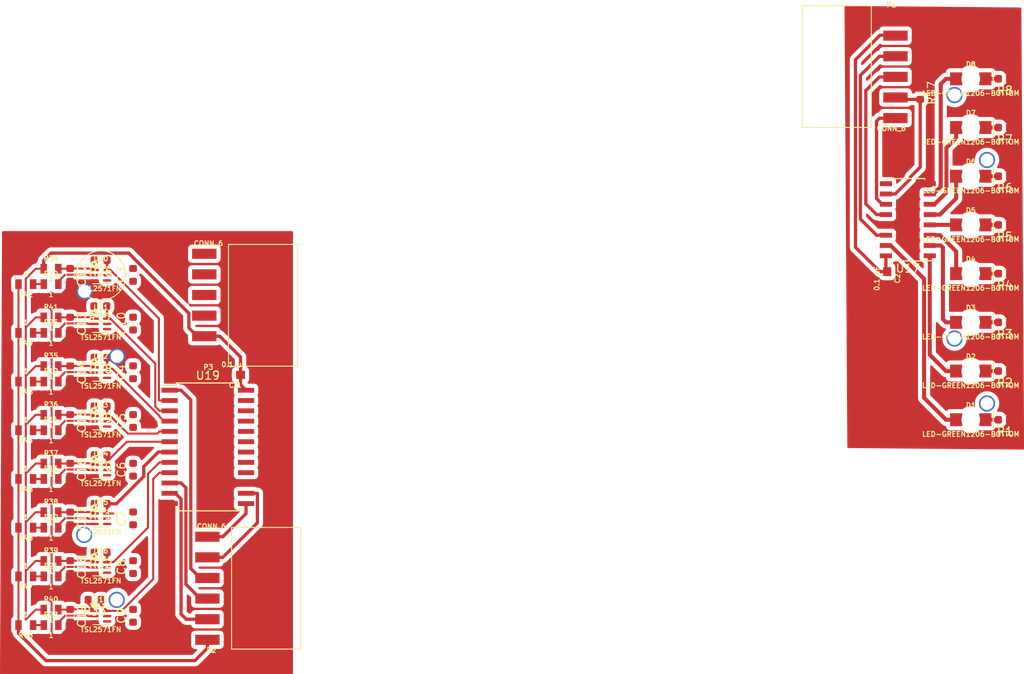
<source format=kicad_pcb>
(kicad_pcb (version 20171130) (host pcbnew 5.1.5+dfsg1-2~bpo9+1)
  (layers (0 F.Cu signal) (31 B.Cu signal) (34 B.Paste user) (35 F.Paste user) (36 B.SilkS user) (37 F.SilkS user) (38 B.Mask user) (39 F.Mask user) (44 Edge.Cuts user))
  (net 0 "")
  (net 1 GND)
  (net 2 3.3V)
  (net 3 "Net-(U12-Pad5)")
  (net 4 CASC)
  (net 5 /Sheet5FC1C284/SEL)
  (net 6 /sheet5FC22DDC/SEL)
  (net 7 /sheet5FC22DDB/SEL)
  (net 8 /sheet5FC22DDA/SEL)
  (net 9 /sheet5FC227E0/SEL)
  (net 10 /sheet5FC22669/SEL)
  (net 11 /sheet5FC225C3/SEL)
  (net 12 /sheet5FC224EF/SEL)
  (net 13 "Net-(D1-PadC)")
  (net 14 "Net-(D2-PadC)")
  (net 15 "Net-(D3-PadC)")
  (net 16 "Net-(D4-PadC)")
  (net 17 "Net-(D5-PadC)")
  (net 18 "Net-(D6-PadC)")
  (net 19 "Net-(D7-PadC)")
  (net 20 "Net-(D8-PadC)")
  (net 21 LATCH)
  (net 22 SCL)
  (net 23 "Net-(U10-Pad5)")
  (net 24 "Net-(U11-Pad5)")
  (net 25 "Net-(U13-Pad5)")
  (net 26 "Net-(U14-Pad5)")
  (net 27 "Net-(U15-Pad5)")
  (net 28 "Net-(U16-Pad5)")
  (net 29 "Net-(U18-Pad5)")
  (net 30 CLR)
  (net 31 CLK)
  (net 32 /S15)
  (net 33 /S14)
  (net 34 /S13)
  (net 35 /S12)
  (net 36 /S11)
  (net 37 /S10)
  (net 38 /S9)
  (net 39 /S8)
  (net 40 /S7)
  (net 41 /S6)
  (net 42 /S5)
  (net 43 /S4)
  (net 44 /S3)
  (net 45 /S2)
  (net 46 /S1)
  (net 47 /S0)
  (net 48 "Net-(C12-Pad1)")
  (net 49 "Net-(C13-Pad1)")
  (net 50 "Net-(C14-Pad1)")
  (net 51 "Net-(C15-Pad1)")
  (net 52 "Net-(C16-Pad1)")
  (net 53 "Net-(C17-Pad1)")
  (net 54 "Net-(C18-Pad1)")
  (net 55 "Net-(C19-Pad1)")
  (net 56 SER)
  (net 57 "Net-(R10-Pad2)")
  (net 58 "Net-(R12-Pad2)")
  (net 59 "Net-(R14-Pad2)")
  (net 60 "Net-(R16-Pad2)")
  (net 61 "Net-(R19-Pad2)")
  (net 62 "Net-(R21-Pad2)")
  (net 63 "Net-(R23-Pad2)")
  (net 64 "Net-(R25-Pad2)")
  (net 65 A2)
  (net 66 A3)
  (net 67 A1)
  (net 68 A0)
  (net 69 SDA)
  (net 70 "Net-(R10-Pad1)")
  (net 71 "Net-(R12-Pad1)")
  (net 72 "Net-(R14-Pad1)")
  (net 73 "Net-(R16-Pad1)")
  (net 74 "Net-(R19-Pad1)")
  (net 75 "Net-(R21-Pad1)")
  (net 76 "Net-(R23-Pad1)")
  (net 77 "Net-(R25-Pad1)")
  (net 78 "Net-(C3-Pad2)")
  (net 79 "Net-(C3-Pad1)")
  (net 80 "Net-(C4-Pad2)")
  (net 81 "Net-(C4-Pad1)")
  (net 82 "Net-(C5-Pad2)")
  (net 83 "Net-(C5-Pad1)")
  (net 84 "Net-(C6-Pad2)")
  (net 85 "Net-(C6-Pad1)")
  (net 86 "Net-(C7-Pad2)")
  (net 87 "Net-(C7-Pad1)")
  (net 88 "Net-(C8-Pad2)")
  (net 89 "Net-(C8-Pad1)")
  (net 90 "Net-(C9-Pad2)")
  (net 91 "Net-(C9-Pad1)")
  (net 92 "Net-(C10-Pad2)")
  (net 93 "Net-(C10-Pad1)")
  (net 94 "Net-(P3-Pad4)")
  (net 95 "Net-(P3-Pad3)")
  (net 96 "Net-(P3-Pad2)")
  (net 97 "Net-(P3-Pad1)")
  (module Resistor_SMD:R_0603_1608Metric (layer F.Cu) (at 118.5164 56.2356 180)
    (fp_text reference R27 (at 0 -1.43) (layer F.SilkS))
    (fp_text value 10k)
    (pad 2 smd roundrect (at 0.7875 0 180) (size 0.875 0.95) (layers F.Cu F.Paste F.Mask) (net 49 "Net-(C13-Pad1)"))
    (pad 1 smd roundrect (at -0.7875 0 180) (size 0.875 0.95) (layers F.Cu F.Paste F.Mask) (net 41 /S6))
  )
  (module Silicon-Standard:DFN-6-2X2 (layer F.Cu) (at 118.5853 94.4257)
    (fp_text reference U18 (at 0 -2.032) (layer F.SilkS) (effects (font (size 0.6096 0.6096) (thickness 0.127))))
    (fp_text value TSL2571FN (at 0 1.651) (layer F.SilkS) (effects (font (size 0.6096 0.6096) (thickness 0.127))))
    (pad 6 smd oval (at 0.7747 -0.6477) (size 1.04902 0.29972) (layers F.Cu F.Paste F.Mask) (net 47 /S0))
    (pad 5 smd oval (at 0.7747 0) (size 1.04902 0.29972) (layers F.Cu F.Paste F.Mask) (net 29 "Net-(U18-Pad5)"))
    (pad 4 smd oval (at 0.7747 0.6477) (size 1.04902 0.29972) (layers F.Cu F.Paste F.Mask))
    (pad 3 smd oval (at -0.7747 0.6477) (size 1.04902 0.29972) (layers F.Cu F.Paste F.Mask) (net 1 GND))
    (pad 2 smd oval (at -0.7747 0) (size 1.04902 0.29972) (layers F.Cu F.Paste F.Mask) (net 63 "Net-(R23-Pad2)"))
    (pad 1 smd rect (at -0.7747 -0.6477 180) (size 1.04902 0.29972) (layers F.Cu F.Paste F.Mask) (net 55 "Net-(C19-Pad1)"))
  )
  (module Package_SO:SOIC-24W_7.5x15.4mm_P1.27mm (layer F.Cu) (at 131.76 73.578)
    (fp_text reference U19 (at 0 -8.8) (layer F.SilkS))
    (fp_text value CD74HC4067M)
    (pad 24 smd rect (at 4.7 -6.985) (size 2 0.6) (layers F.Cu F.Paste F.Mask) (net 2 3.3V))
    (pad 23 smd rect (at 4.7 -5.715) (size 2 0.6) (layers F.Cu F.Paste F.Mask) (net 39 /S8))
    (pad 22 smd rect (at 4.7 -4.445) (size 2 0.6) (layers F.Cu F.Paste F.Mask) (net 38 /S9))
    (pad 21 smd rect (at 4.7 -3.175) (size 2 0.6) (layers F.Cu F.Paste F.Mask) (net 37 /S10))
    (pad 20 smd rect (at 4.7 -1.905) (size 2 0.6) (layers F.Cu F.Paste F.Mask) (net 36 /S11))
    (pad 19 smd rect (at 4.7 -0.635) (size 2 0.6) (layers F.Cu F.Paste F.Mask) (net 35 /S12))
    (pad 18 smd rect (at 4.7 0.635) (size 2 0.6) (layers F.Cu F.Paste F.Mask) (net 34 /S13))
    (pad 17 smd rect (at 4.7 1.905) (size 2 0.6) (layers F.Cu F.Paste F.Mask) (net 33 /S14))
    (pad 16 smd rect (at 4.7 3.175) (size 2 0.6) (layers F.Cu F.Paste F.Mask) (net 32 /S15))
    (pad 15 smd rect (at 4.7 4.445) (size 2 0.6) (layers F.Cu F.Paste F.Mask) (net 1 GND))
    (pad 14 smd rect (at 4.7 5.715) (size 2 0.6) (layers F.Cu F.Paste F.Mask) (net 65 A2))
    (pad 13 smd rect (at 4.7 6.985) (size 2 0.6) (layers F.Cu F.Paste F.Mask) (net 66 A3))
    (pad 12 smd rect (at -4.7 6.985) (size 2 0.6) (layers F.Cu F.Paste F.Mask) (net 1 GND))
    (pad 11 smd rect (at -4.7 5.715) (size 2 0.6) (layers F.Cu F.Paste F.Mask) (net 68 A0))
    (pad 10 smd rect (at -4.7 4.445) (size 2 0.6) (layers F.Cu F.Paste F.Mask) (net 67 A1))
    (pad 9 smd rect (at -4.7 3.175) (size 2 0.6) (layers F.Cu F.Paste F.Mask) (net 47 /S0))
    (pad 8 smd rect (at -4.7 1.905) (size 2 0.6) (layers F.Cu F.Paste F.Mask) (net 46 /S1))
    (pad 7 smd rect (at -4.7 0.635) (size 2 0.6) (layers F.Cu F.Paste F.Mask) (net 45 /S2))
    (pad 6 smd rect (at -4.7 -0.635) (size 2 0.6) (layers F.Cu F.Paste F.Mask) (net 44 /S3))
    (pad 5 smd rect (at -4.7 -1.905) (size 2 0.6) (layers F.Cu F.Paste F.Mask) (net 43 /S4))
    (pad 4 smd rect (at -4.7 -3.175) (size 2 0.6) (layers F.Cu F.Paste F.Mask) (net 42 /S5))
    (pad 3 smd rect (at -4.7 -4.445) (size 2 0.6) (layers F.Cu F.Paste F.Mask) (net 41 /S6))
    (pad 2 smd rect (at -4.7 -5.715) (size 2 0.6) (layers F.Cu F.Paste F.Mask) (net 40 /S7))
    (pad 1 smd rect (at -4.7 -6.985) (size 2 0.6) (layers F.Cu F.Paste F.Mask) (net 69 SDA))
  )
  (module Capacitor_SMD:C_0603_1608Metric (layer F.Cu) (at 122.555 64.3875 90)
    (fp_text reference C4 (at 0 -1.43 90) (layer F.SilkS))
    (fp_text value "0.1 uF")
    (pad 2 smd roundrect (at 0.7875 0 90) (size 0.875 0.95) (layers F.Cu F.Paste F.Mask) (net 80 "Net-(C4-Pad2)"))
    (pad 1 smd roundrect (at -0.7875 0 90) (size 0.875 0.95) (layers F.Cu F.Paste F.Mask) (net 81 "Net-(C4-Pad1)"))
  )
  (module Capacitor_SMD:C_0603_1608Metric (layer F.Cu) (at 122.555 70.3875 90)
    (fp_text reference C5 (at 0 -1.43 90) (layer F.SilkS))
    (fp_text value "0.1 uF")
    (pad 2 smd roundrect (at 0.7875 0 90) (size 0.875 0.95) (layers F.Cu F.Paste F.Mask) (net 82 "Net-(C5-Pad2)"))
    (pad 1 smd roundrect (at -0.7875 0 90) (size 0.875 0.95) (layers F.Cu F.Paste F.Mask) (net 83 "Net-(C5-Pad1)"))
  )
  (module Capacitors:0805 (layer F.Cu) (at 109.347 65.5305 180)
    (fp_text reference R43 (at 0 -1.27) (layer F.SilkS) (effects (font (size 0.6096 0.6096) (thickness 0.127))))
    (fp_text value 1 (at 0 1.27) (layer F.SilkS) (effects (font (size 0.6096 0.6096) (thickness 0.127))))
    (pad 2 smd rect (at 0.89916 0 180) (size 0.79756 1.19888) (layers F.Cu F.Paste F.Mask) (net 22 SCL))
    (pad 1 smd rect (at -0.89916 0 180) (size 0.79756 1.19888) (layers F.Cu F.Paste F.Mask) (net 71 "Net-(R12-Pad1)"))
  )
  (module Capacitors:0805 (layer F.Cu) (at 109.347 89.5305 180)
    (fp_text reference R47 (at 0 -1.27) (layer F.SilkS) (effects (font (size 0.6096 0.6096) (thickness 0.127))))
    (fp_text value 1 (at 0 1.27) (layer F.SilkS) (effects (font (size 0.6096 0.6096) (thickness 0.127))))
    (pad 2 smd rect (at 0.89916 0 180) (size 0.79756 1.19888) (layers F.Cu F.Paste F.Mask) (net 22 SCL))
    (pad 1 smd rect (at -0.89916 0 180) (size 0.79756 1.19888) (layers F.Cu F.Paste F.Mask) (net 75 "Net-(R21-Pad1)"))
  )
  (module Capacitors:0805 (layer F.Cu) (at 109.347 77.5305 180)
    (fp_text reference R45 (at 0 -1.27) (layer F.SilkS) (effects (font (size 0.6096 0.6096) (thickness 0.127))))
    (fp_text value 1 (at 0 1.27) (layer F.SilkS) (effects (font (size 0.6096 0.6096) (thickness 0.127))))
    (pad 2 smd rect (at 0.89916 0 180) (size 0.79756 1.19888) (layers F.Cu F.Paste F.Mask) (net 22 SCL))
    (pad 1 smd rect (at -0.89916 0 180) (size 0.79756 1.19888) (layers F.Cu F.Paste F.Mask) (net 73 "Net-(R16-Pad1)"))
  )
  (module Capacitors:0805 (layer F.Cu) (at 112.44834 63.6255)
    (fp_text reference R35 (at 0 -1.27) (layer F.SilkS) (effects (font (size 0.6096 0.6096) (thickness 0.127))))
    (fp_text value 1 (at 0 1.27) (layer F.SilkS) (effects (font (size 0.6096 0.6096) (thickness 0.127))))
    (pad 2 smd rect (at 0.89916 0) (size 0.79756 1.19888) (layers F.Cu F.Paste F.Mask) (net 50 "Net-(C14-Pad1)"))
    (pad 1 smd rect (at -0.89916 0) (size 0.79756 1.19888) (layers F.Cu F.Paste F.Mask) (net 2 3.3V))
  )
  (module Capacitors:0805 (layer F.Cu) (at 112.4585 83.5305)
    (fp_text reference R19 (at 0 -1.27) (layer F.SilkS) (effects (font (size 0.6096 0.6096) (thickness 0.127))))
    (fp_text value 1 (at 0 1.27) (layer F.SilkS) (effects (font (size 0.6096 0.6096) (thickness 0.127))))
    (pad 2 smd rect (at 0.89916 0) (size 0.79756 1.19888) (layers F.Cu F.Paste F.Mask) (net 61 "Net-(R19-Pad2)"))
    (pad 1 smd rect (at -0.89916 0) (size 0.79756 1.19888) (layers F.Cu F.Paste F.Mask) (net 74 "Net-(R19-Pad1)"))
  )
  (module Capacitors:0805 (layer F.Cu) (at 112.4585 53.5305)
    (fp_text reference R10 (at 0 -1.27) (layer F.SilkS) (effects (font (size 0.6096 0.6096) (thickness 0.127))))
    (fp_text value 1 (at 0 1.27) (layer F.SilkS) (effects (font (size 0.6096 0.6096) (thickness 0.127))))
    (pad 2 smd rect (at 0.89916 0) (size 0.79756 1.19888) (layers F.Cu F.Paste F.Mask) (net 57 "Net-(R10-Pad2)"))
    (pad 1 smd rect (at -0.89916 0) (size 0.79756 1.19888) (layers F.Cu F.Paste F.Mask) (net 70 "Net-(R10-Pad1)"))
  )
  (module Capacitors:0805 (layer F.Cu) (at 109.347 83.5305 180)
    (fp_text reference R46 (at 0 -1.27) (layer F.SilkS) (effects (font (size 0.6096 0.6096) (thickness 0.127))))
    (fp_text value 1 (at 0 1.27) (layer F.SilkS) (effects (font (size 0.6096 0.6096) (thickness 0.127))))
    (pad 2 smd rect (at 0.89916 0 180) (size 0.79756 1.19888) (layers F.Cu F.Paste F.Mask) (net 22 SCL))
    (pad 1 smd rect (at -0.89916 0 180) (size 0.79756 1.19888) (layers F.Cu F.Paste F.Mask) (net 74 "Net-(R19-Pad1)"))
  )
  (module Capacitors:0805 (layer F.Cu) (at 109.347 71.5305 180)
    (fp_text reference R44 (at 0 -1.27) (layer F.SilkS) (effects (font (size 0.6096 0.6096) (thickness 0.127))))
    (fp_text value 1 (at 0 1.27) (layer F.SilkS) (effects (font (size 0.6096 0.6096) (thickness 0.127))))
    (pad 2 smd rect (at 0.89916 0 180) (size 0.79756 1.19888) (layers F.Cu F.Paste F.Mask) (net 22 SCL))
    (pad 1 smd rect (at -0.89916 0 180) (size 0.79756 1.19888) (layers F.Cu F.Paste F.Mask) (net 72 "Net-(R14-Pad1)"))
  )
  (module Capacitors:0805 (layer F.Cu) (at 112.4585 59.5305)
    (fp_text reference R25 (at 0 -1.27) (layer F.SilkS) (effects (font (size 0.6096 0.6096) (thickness 0.127))))
    (fp_text value 1 (at 0 1.27) (layer F.SilkS) (effects (font (size 0.6096 0.6096) (thickness 0.127))))
    (pad 2 smd rect (at 0.89916 0) (size 0.79756 1.19888) (layers F.Cu F.Paste F.Mask) (net 64 "Net-(R25-Pad2)"))
    (pad 1 smd rect (at -0.89916 0) (size 0.79756 1.19888) (layers F.Cu F.Paste F.Mask) (net 77 "Net-(R25-Pad1)"))
  )
  (module Capacitors:0805 (layer F.Cu) (at 112.4585 65.5305)
    (fp_text reference R12 (at 0 -1.27) (layer F.SilkS) (effects (font (size 0.6096 0.6096) (thickness 0.127))))
    (fp_text value 1 (at 0 1.27) (layer F.SilkS) (effects (font (size 0.6096 0.6096) (thickness 0.127))))
    (pad 2 smd rect (at 0.89916 0) (size 0.79756 1.19888) (layers F.Cu F.Paste F.Mask) (net 58 "Net-(R12-Pad2)"))
    (pad 1 smd rect (at -0.89916 0) (size 0.79756 1.19888) (layers F.Cu F.Paste F.Mask) (net 71 "Net-(R12-Pad1)"))
  )
  (module Capacitors:0805 (layer F.Cu) (at 112.4585 71.5305)
    (fp_text reference R14 (at 0 -1.27) (layer F.SilkS) (effects (font (size 0.6096 0.6096) (thickness 0.127))))
    (fp_text value 1 (at 0 1.27) (layer F.SilkS) (effects (font (size 0.6096 0.6096) (thickness 0.127))))
    (pad 2 smd rect (at 0.89916 0) (size 0.79756 1.19888) (layers F.Cu F.Paste F.Mask) (net 59 "Net-(R14-Pad2)"))
    (pad 1 smd rect (at -0.89916 0) (size 0.79756 1.19888) (layers F.Cu F.Paste F.Mask) (net 72 "Net-(R14-Pad1)"))
  )
  (module Capacitors:0805 (layer F.Cu) (at 112.4585 77.5305)
    (fp_text reference R16 (at 0 -1.27) (layer F.SilkS) (effects (font (size 0.6096 0.6096) (thickness 0.127))))
    (fp_text value 1 (at 0 1.27) (layer F.SilkS) (effects (font (size 0.6096 0.6096) (thickness 0.127))))
    (pad 2 smd rect (at 0.89916 0) (size 0.79756 1.19888) (layers F.Cu F.Paste F.Mask) (net 60 "Net-(R16-Pad2)"))
    (pad 1 smd rect (at -0.89916 0) (size 0.79756 1.19888) (layers F.Cu F.Paste F.Mask) (net 73 "Net-(R16-Pad1)"))
  )
  (module Capacitors:0805 (layer F.Cu) (at 112.4585 89.5305)
    (fp_text reference R21 (at 0 -1.27) (layer F.SilkS) (effects (font (size 0.6096 0.6096) (thickness 0.127))))
    (fp_text value 1 (at 0 1.27) (layer F.SilkS) (effects (font (size 0.6096 0.6096) (thickness 0.127))))
    (pad 2 smd rect (at 0.89916 0) (size 0.79756 1.19888) (layers F.Cu F.Paste F.Mask) (net 62 "Net-(R21-Pad2)"))
    (pad 1 smd rect (at -0.89916 0) (size 0.79756 1.19888) (layers F.Cu F.Paste F.Mask) (net 75 "Net-(R21-Pad1)"))
  )
  (module Capacitors:0805 (layer F.Cu) (at 112.4585 95.5305)
    (fp_text reference R23 (at 0 -1.27) (layer F.SilkS) (effects (font (size 0.6096 0.6096) (thickness 0.127))))
    (fp_text value 1 (at 0 1.27) (layer F.SilkS) (effects (font (size 0.6096 0.6096) (thickness 0.127))))
    (pad 2 smd rect (at 0.89916 0) (size 0.79756 1.19888) (layers F.Cu F.Paste F.Mask) (net 63 "Net-(R23-Pad2)"))
    (pad 1 smd rect (at -0.89916 0) (size 0.79756 1.19888) (layers F.Cu F.Paste F.Mask) (net 76 "Net-(R23-Pad1)"))
  )
  (module Capacitors:0805 (layer F.Cu) (at 109.347 59.5305 180)
    (fp_text reference R49 (at 0 -1.27) (layer F.SilkS) (effects (font (size 0.6096 0.6096) (thickness 0.127))))
    (fp_text value 1 (at 0 1.27) (layer F.SilkS) (effects (font (size 0.6096 0.6096) (thickness 0.127))))
    (pad 2 smd rect (at 0.89916 0 180) (size 0.79756 1.19888) (layers F.Cu F.Paste F.Mask) (net 22 SCL))
    (pad 1 smd rect (at -0.89916 0 180) (size 0.79756 1.19888) (layers F.Cu F.Paste F.Mask) (net 77 "Net-(R25-Pad1)"))
  )
  (module Capacitors:0805 (layer F.Cu) (at 112.44834 51.6255)
    (fp_text reference R34 (at 0 -1.27) (layer F.SilkS) (effects (font (size 0.6096 0.6096) (thickness 0.127))))
    (fp_text value 1 (at 0 1.27) (layer F.SilkS) (effects (font (size 0.6096 0.6096) (thickness 0.127))))
    (pad 2 smd rect (at 0.89916 0) (size 0.79756 1.19888) (layers F.Cu F.Paste F.Mask) (net 48 "Net-(C12-Pad1)"))
    (pad 1 smd rect (at -0.89916 0) (size 0.79756 1.19888) (layers F.Cu F.Paste F.Mask) (net 2 3.3V))
  )
  (module Capacitors:0805 (layer F.Cu) (at 112.44834 69.6255)
    (fp_text reference R36 (at 0 -1.27) (layer F.SilkS) (effects (font (size 0.6096 0.6096) (thickness 0.127))))
    (fp_text value 1 (at 0 1.27) (layer F.SilkS) (effects (font (size 0.6096 0.6096) (thickness 0.127))))
    (pad 2 smd rect (at 0.89916 0) (size 0.79756 1.19888) (layers F.Cu F.Paste F.Mask) (net 51 "Net-(C15-Pad1)"))
    (pad 1 smd rect (at -0.89916 0) (size 0.79756 1.19888) (layers F.Cu F.Paste F.Mask) (net 2 3.3V))
  )
  (module Capacitors:0805 (layer F.Cu) (at 112.44834 75.6255)
    (fp_text reference R37 (at 0 -1.27) (layer F.SilkS) (effects (font (size 0.6096 0.6096) (thickness 0.127))))
    (fp_text value 1 (at 0 1.27) (layer F.SilkS) (effects (font (size 0.6096 0.6096) (thickness 0.127))))
    (pad 2 smd rect (at 0.89916 0) (size 0.79756 1.19888) (layers F.Cu F.Paste F.Mask) (net 52 "Net-(C16-Pad1)"))
    (pad 1 smd rect (at -0.89916 0) (size 0.79756 1.19888) (layers F.Cu F.Paste F.Mask) (net 2 3.3V))
  )
  (module Capacitors:0805 (layer F.Cu) (at 112.44834 81.6255)
    (fp_text reference R38 (at 0 -1.27) (layer F.SilkS) (effects (font (size 0.6096 0.6096) (thickness 0.127))))
    (fp_text value 1 (at 0 1.27) (layer F.SilkS) (effects (font (size 0.6096 0.6096) (thickness 0.127))))
    (pad 2 smd rect (at 0.89916 0) (size 0.79756 1.19888) (layers F.Cu F.Paste F.Mask) (net 53 "Net-(C17-Pad1)"))
    (pad 1 smd rect (at -0.89916 0) (size 0.79756 1.19888) (layers F.Cu F.Paste F.Mask) (net 2 3.3V))
  )
  (module Capacitors:0805 (layer F.Cu) (at 112.44834 93.6255)
    (fp_text reference R40 (at 0 -1.27) (layer F.SilkS) (effects (font (size 0.6096 0.6096) (thickness 0.127))))
    (fp_text value 1 (at 0 1.27) (layer F.SilkS) (effects (font (size 0.6096 0.6096) (thickness 0.127))))
    (pad 2 smd rect (at 0.89916 0) (size 0.79756 1.19888) (layers F.Cu F.Paste F.Mask) (net 55 "Net-(C19-Pad1)"))
    (pad 1 smd rect (at -0.89916 0) (size 0.79756 1.19888) (layers F.Cu F.Paste F.Mask) (net 2 3.3V))
  )
  (module Capacitors:0805 (layer F.Cu) (at 112.44834 87.6255)
    (fp_text reference R39 (at 0 -1.27) (layer F.SilkS) (effects (font (size 0.6096 0.6096) (thickness 0.127))))
    (fp_text value 1 (at 0 1.27) (layer F.SilkS) (effects (font (size 0.6096 0.6096) (thickness 0.127))))
    (pad 2 smd rect (at 0.89916 0) (size 0.79756 1.19888) (layers F.Cu F.Paste F.Mask) (net 54 "Net-(C18-Pad1)"))
    (pad 1 smd rect (at -0.89916 0) (size 0.79756 1.19888) (layers F.Cu F.Paste F.Mask) (net 2 3.3V))
  )
  (module Capacitors:0805 (layer F.Cu) (at 112.44834 57.6255)
    (fp_text reference R41 (at 0 -1.27) (layer F.SilkS) (effects (font (size 0.6096 0.6096) (thickness 0.127))))
    (fp_text value 1 (at 0 1.27) (layer F.SilkS) (effects (font (size 0.6096 0.6096) (thickness 0.127))))
    (pad 2 smd rect (at 0.89916 0) (size 0.79756 1.19888) (layers F.Cu F.Paste F.Mask) (net 49 "Net-(C13-Pad1)"))
    (pad 1 smd rect (at -0.89916 0) (size 0.79756 1.19888) (layers F.Cu F.Paste F.Mask) (net 2 3.3V))
  )
  (module Capacitors:0805 (layer F.Cu) (at 109.347 53.5305 180)
    (fp_text reference R42 (at 0 -1.27) (layer F.SilkS) (effects (font (size 0.6096 0.6096) (thickness 0.127))))
    (fp_text value 1 (at 0 1.27) (layer F.SilkS) (effects (font (size 0.6096 0.6096) (thickness 0.127))))
    (pad 2 smd rect (at 0.89916 0 180) (size 0.79756 1.19888) (layers F.Cu F.Paste F.Mask) (net 22 SCL))
    (pad 1 smd rect (at -0.89916 0 180) (size 0.79756 1.19888) (layers F.Cu F.Paste F.Mask) (net 70 "Net-(R10-Pad1)"))
  )
  (module Capacitors:0805 (layer F.Cu) (at 109.347 95.5305 180)
    (fp_text reference R48 (at 0 -1.27) (layer F.SilkS) (effects (font (size 0.6096 0.6096) (thickness 0.127))))
    (fp_text value 1 (at 0 1.27) (layer F.SilkS) (effects (font (size 0.6096 0.6096) (thickness 0.127))))
    (pad 2 smd rect (at 0.89916 0 180) (size 0.79756 1.19888) (layers F.Cu F.Paste F.Mask) (net 22 SCL))
    (pad 1 smd rect (at -0.89916 0 180) (size 0.79756 1.19888) (layers F.Cu F.Paste F.Mask) (net 76 "Net-(R23-Pad1)"))
  )
  (module Silicon-Standard:DFN-6-2X2 (layer F.Cu) (at 118.5853 52.4257)
    (fp_text reference U10 (at 0 -2.032) (layer F.SilkS) (effects (font (size 0.6096 0.6096) (thickness 0.127))))
    (fp_text value TSL2571FN (at 0 1.651) (layer F.SilkS) (effects (font (size 0.6096 0.6096) (thickness 0.127))))
    (pad 6 smd oval (at 0.7747 -0.6477) (size 1.04902 0.29972) (layers F.Cu F.Paste F.Mask) (net 40 /S7))
    (pad 5 smd oval (at 0.7747 0) (size 1.04902 0.29972) (layers F.Cu F.Paste F.Mask) (net 23 "Net-(U10-Pad5)"))
    (pad 4 smd oval (at 0.7747 0.6477) (size 1.04902 0.29972) (layers F.Cu F.Paste F.Mask))
    (pad 3 smd oval (at -0.7747 0.6477) (size 1.04902 0.29972) (layers F.Cu F.Paste F.Mask) (net 1 GND))
    (pad 2 smd oval (at -0.7747 0) (size 1.04902 0.29972) (layers F.Cu F.Paste F.Mask) (net 57 "Net-(R10-Pad2)"))
    (pad 1 smd rect (at -0.7747 -0.6477 180) (size 1.04902 0.29972) (layers F.Cu F.Paste F.Mask) (net 48 "Net-(C12-Pad1)"))
  )
  (module Silicon-Standard:DFN-6-2X2 (layer F.Cu) (at 118.5853 58.4257)
    (fp_text reference U11 (at 0 -2.032) (layer F.SilkS) (effects (font (size 0.6096 0.6096) (thickness 0.127))))
    (fp_text value TSL2571FN (at 0 1.651) (layer F.SilkS) (effects (font (size 0.6096 0.6096) (thickness 0.127))))
    (pad 6 smd oval (at 0.7747 -0.6477) (size 1.04902 0.29972) (layers F.Cu F.Paste F.Mask) (net 41 /S6))
    (pad 5 smd oval (at 0.7747 0) (size 1.04902 0.29972) (layers F.Cu F.Paste F.Mask) (net 24 "Net-(U11-Pad5)"))
    (pad 4 smd oval (at 0.7747 0.6477) (size 1.04902 0.29972) (layers F.Cu F.Paste F.Mask))
    (pad 3 smd oval (at -0.7747 0.6477) (size 1.04902 0.29972) (layers F.Cu F.Paste F.Mask) (net 1 GND))
    (pad 2 smd oval (at -0.7747 0) (size 1.04902 0.29972) (layers F.Cu F.Paste F.Mask) (net 64 "Net-(R25-Pad2)"))
    (pad 1 smd rect (at -0.7747 -0.6477 180) (size 1.04902 0.29972) (layers F.Cu F.Paste F.Mask) (net 49 "Net-(C13-Pad1)"))
  )
  (module Connectors2:1X06-SMD-FEMALE (layer F.Cu) (at 135.128 90.9955 90)
    (fp_text reference P2 (at -7.62 -2.921) (layer F.SilkS) (effects (font (size 0.6096 0.6096) (thickness 0.127))))
    (fp_text value CONN_6 (at 7.62 -2.921) (layer F.SilkS) (effects (font (size 0.6096 0.6096) (thickness 0.127))))
    (pad 6 smd rect (at -6.35 -3.42392 270) (size 1.24968 2.99974) (layers F.Cu F.Paste F.Mask) (net 22 SCL))
    (pad 5 smd rect (at -3.81 -3.42392 270) (size 1.24968 2.99974) (layers F.Cu F.Paste F.Mask) (net 68 A0))
    (pad 4 smd rect (at -1.27 -3.42392 270) (size 1.24968 2.99974) (layers F.Cu F.Paste F.Mask) (net 67 A1))
    (pad 3 smd rect (at 1.27 -3.42392 270) (size 1.24968 2.99974) (layers F.Cu F.Paste F.Mask) (net 69 SDA))
    (pad 2 smd rect (at 3.81 -3.42392 270) (size 1.24968 2.99974) (layers F.Cu F.Paste F.Mask) (net 65 A2))
    (pad 1 smd rect (at 6.35 -3.42392 270) (size 1.24968 2.99974) (layers F.Cu F.Paste F.Mask) (net 66 A3))
  )
  (module Connectors2:1X06-SMD-FEMALE (layer F.Cu) (at 134.747 56.134 90)
    (fp_text reference P3 (at -7.62 -2.921) (layer F.SilkS) (effects (font (size 0.6096 0.6096) (thickness 0.127))))
    (fp_text value CONN_6 (at 7.62 -2.921) (layer F.SilkS) (effects (font (size 0.6096 0.6096) (thickness 0.127))))
    (pad 6 smd rect (at -6.35 -3.42392 270) (size 1.24968 2.99974) (layers F.Cu F.Paste F.Mask) (net 1 GND))
    (pad 5 smd rect (at -3.81 -3.42392 270) (size 1.24968 2.99974) (layers F.Cu F.Paste F.Mask) (net 2 3.3V))
    (pad 4 smd rect (at -1.27 -3.42392 270) (size 1.24968 2.99974) (layers F.Cu F.Paste F.Mask) (net 94 "Net-(P3-Pad4)"))
    (pad 3 smd rect (at 1.27 -3.42392 270) (size 1.24968 2.99974) (layers F.Cu F.Paste F.Mask) (net 95 "Net-(P3-Pad3)"))
    (pad 2 smd rect (at 3.81 -3.42392 270) (size 1.24968 2.99974) (layers F.Cu F.Paste F.Mask) (net 96 "Net-(P3-Pad2)"))
    (pad 1 smd rect (at 6.35 -3.42392 270) (size 1.24968 2.99974) (layers F.Cu F.Paste F.Mask) (net 97 "Net-(P3-Pad1)"))
  )
  (module Resistor_SMD:R_0603_1608Metric (layer F.Cu) (at 118.56 50.578 180)
    (fp_text reference R26 (at 0 -1.43) (layer F.SilkS))
    (fp_text value 10k)
    (pad 2 smd roundrect (at 0.7875 0 180) (size 0.875 0.95) (layers F.Cu F.Paste F.Mask) (net 48 "Net-(C12-Pad1)"))
    (pad 1 smd roundrect (at -0.7875 0 180) (size 0.875 0.95) (layers F.Cu F.Paste F.Mask) (net 40 /S7))
  )
  (module Capacitor_SMD:C_0603_1608Metric (layer F.Cu) (at 122.555 94.3875 90)
    (fp_text reference C9 (at 0 -1.43 90) (layer F.SilkS))
    (fp_text value "0.1 uF")
    (pad 2 smd roundrect (at 0.7875 0 90) (size 0.875 0.95) (layers F.Cu F.Paste F.Mask) (net 90 "Net-(C9-Pad2)"))
    (pad 1 smd roundrect (at -0.7875 0 90) (size 0.875 0.95) (layers F.Cu F.Paste F.Mask) (net 91 "Net-(C9-Pad1)"))
  )
  (module Capacitor_SMD:C_0603_1608Metric (layer F.Cu) (at 122.555 76.3875 90)
    (fp_text reference C6 (at 0 -1.43 90) (layer F.SilkS))
    (fp_text value "0.1 uF")
    (pad 2 smd roundrect (at 0.7875 0 90) (size 0.875 0.95) (layers F.Cu F.Paste F.Mask) (net 84 "Net-(C6-Pad2)"))
    (pad 1 smd roundrect (at -0.7875 0 90) (size 0.875 0.95) (layers F.Cu F.Paste F.Mask) (net 85 "Net-(C6-Pad1)"))
  )
  (module Capacitor_SMD:C_0603_1608Metric (layer F.Cu) (at 122.555 52.3875 90)
    (fp_text reference C3 (at 0 -1.43 90) (layer F.SilkS))
    (fp_text value "0.1 uF")
    (pad 2 smd roundrect (at 0.7875 0 90) (size 0.875 0.95) (layers F.Cu F.Paste F.Mask) (net 78 "Net-(C3-Pad2)"))
    (pad 1 smd roundrect (at -0.7875 0 90) (size 0.875 0.95) (layers F.Cu F.Paste F.Mask) (net 79 "Net-(C3-Pad1)"))
  )
  (module Capacitor_SMD:C_0603_1608Metric (layer F.Cu) (at 122.555 88.3875 90)
    (fp_text reference C8 (at 0 -1.43 90) (layer F.SilkS))
    (fp_text value "0.1 uF")
    (pad 2 smd roundrect (at 0.7875 0 90) (size 0.875 0.95) (layers F.Cu F.Paste F.Mask) (net 88 "Net-(C8-Pad2)"))
    (pad 1 smd roundrect (at -0.7875 0 90) (size 0.875 0.95) (layers F.Cu F.Paste F.Mask) (net 89 "Net-(C8-Pad1)"))
  )
  (module Capacitor_SMD:C_0603_1608Metric (layer F.Cu) (at 122.555 82.3875 90)
    (fp_text reference C7 (at 0 -1.43 90) (layer F.SilkS))
    (fp_text value "0.1 uF")
    (pad 2 smd roundrect (at 0.7875 0 90) (size 0.875 0.95) (layers F.Cu F.Paste F.Mask) (net 86 "Net-(C7-Pad2)"))
    (pad 1 smd roundrect (at -0.7875 0 90) (size 0.875 0.95) (layers F.Cu F.Paste F.Mask) (net 87 "Net-(C7-Pad1)"))
  )
  (module Capacitor_SMD:C_0603_1608Metric (layer F.Cu) (at 122.555 58.3875 90)
    (fp_text reference C10 (at 0 -1.43 90) (layer F.SilkS))
    (fp_text value "0.1 uF")
    (pad 2 smd roundrect (at 0.7875 0 90) (size 0.875 0.95) (layers F.Cu F.Paste F.Mask) (net 92 "Net-(C10-Pad2)"))
    (pad 1 smd roundrect (at -0.7875 0 90) (size 0.875 0.95) (layers F.Cu F.Paste F.Mask) (net 93 "Net-(C10-Pad1)"))
  )
  (module Silicon-Standard:DFN-6-2X2 (layer F.Cu) (at 118.5853 76.4257)
    (fp_text reference U14 (at 0 -2.032) (layer F.SilkS) (effects (font (size 0.6096 0.6096) (thickness 0.127))))
    (fp_text value TSL2571FN (at 0 1.651) (layer F.SilkS) (effects (font (size 0.6096 0.6096) (thickness 0.127))))
    (pad 6 smd oval (at 0.7747 -0.6477) (size 1.04902 0.29972) (layers F.Cu F.Paste F.Mask) (net 44 /S3))
    (pad 5 smd oval (at 0.7747 0) (size 1.04902 0.29972) (layers F.Cu F.Paste F.Mask) (net 26 "Net-(U14-Pad5)"))
    (pad 4 smd oval (at 0.7747 0.6477) (size 1.04902 0.29972) (layers F.Cu F.Paste F.Mask))
    (pad 3 smd oval (at -0.7747 0.6477) (size 1.04902 0.29972) (layers F.Cu F.Paste F.Mask) (net 1 GND))
    (pad 2 smd oval (at -0.7747 0) (size 1.04902 0.29972) (layers F.Cu F.Paste F.Mask) (net 60 "Net-(R16-Pad2)"))
    (pad 1 smd rect (at -0.7747 -0.6477 180) (size 1.04902 0.29972) (layers F.Cu F.Paste F.Mask) (net 52 "Net-(C16-Pad1)"))
  )
  (module Silicon-Standard:DFN-6-2X2 (layer F.Cu) (at 118.5853 82.4257)
    (fp_text reference U15 (at 0 -2.032) (layer F.SilkS) (effects (font (size 0.6096 0.6096) (thickness 0.127))))
    (fp_text value TSL2571FN (at 0 1.651) (layer F.SilkS) (effects (font (size 0.6096 0.6096) (thickness 0.127))))
    (pad 6 smd oval (at 0.7747 -0.6477) (size 1.04902 0.29972) (layers F.Cu F.Paste F.Mask) (net 45 /S2))
    (pad 5 smd oval (at 0.7747 0) (size 1.04902 0.29972) (layers F.Cu F.Paste F.Mask) (net 27 "Net-(U15-Pad5)"))
    (pad 4 smd oval (at 0.7747 0.6477) (size 1.04902 0.29972) (layers F.Cu F.Paste F.Mask))
    (pad 3 smd oval (at -0.7747 0.6477) (size 1.04902 0.29972) (layers F.Cu F.Paste F.Mask) (net 1 GND))
    (pad 2 smd oval (at -0.7747 0) (size 1.04902 0.29972) (layers F.Cu F.Paste F.Mask) (net 61 "Net-(R19-Pad2)"))
    (pad 1 smd rect (at -0.7747 -0.6477 180) (size 1.04902 0.29972) (layers F.Cu F.Paste F.Mask) (net 53 "Net-(C17-Pad1)"))
  )
  (module Capacitor_SMD:C_0603_1608Metric (layer F.Cu) (at 114.808 58.3875 270)
    (fp_text reference C13 (at 0 -1.43 90) (layer F.SilkS))
    (fp_text value "0.1 uF")
    (pad 2 smd roundrect (at 0.7875 0 270) (size 0.875 0.95) (layers F.Cu F.Paste F.Mask) (net 1 GND))
    (pad 1 smd roundrect (at -0.7875 0 270) (size 0.875 0.95) (layers F.Cu F.Paste F.Mask) (net 49 "Net-(C13-Pad1)"))
  )
  (module Capacitors:0603 (layer F.Cu) (at 134.9375 64.7065 180)
    (fp_text reference C1 (at 0 -1.27) (layer F.SilkS) (effects (font (size 0.6096 0.6096) (thickness 0.127))))
    (fp_text value "0.1 uF" (at 0 1.27) (layer F.SilkS) (effects (font (size 0.6096 0.6096) (thickness 0.127))))
    (pad 2 smd rect (at 0.84836 0 180) (size 1.09982 0.99822) (layers F.Cu F.Paste F.Mask) (net 1 GND))
    (pad 1 smd rect (at -0.84836 0 180) (size 1.09982 0.99822) (layers F.Cu F.Paste F.Mask) (net 2 3.3V))
  )
  (module Capacitor_SMD:C_0603_1608Metric (layer F.Cu) (at 114.808 52.3875 270)
    (fp_text reference C12 (at 0 -1.43 90) (layer F.SilkS))
    (fp_text value "0.1 uF")
    (pad 2 smd roundrect (at 0.7875 0 270) (size 0.875 0.95) (layers F.Cu F.Paste F.Mask) (net 1 GND))
    (pad 1 smd roundrect (at -0.7875 0 270) (size 0.875 0.95) (layers F.Cu F.Paste F.Mask) (net 48 "Net-(C12-Pad1)"))
  )
  (module Resistor_SMD:R_0603_1608Metric (layer F.Cu) (at 118.56 68.578 180)
    (fp_text reference R29 (at 0 -1.43) (layer F.SilkS))
    (fp_text value 10k)
    (pad 2 smd roundrect (at 0.7875 0 180) (size 0.875 0.95) (layers F.Cu F.Paste F.Mask) (net 51 "Net-(C15-Pad1)"))
    (pad 1 smd roundrect (at -0.7875 0 180) (size 0.875 0.95) (layers F.Cu F.Paste F.Mask) (net 43 /S4))
  )
  (module Capacitor_SMD:C_0603_1608Metric (layer F.Cu) (at 114.808 70.3875 270)
    (fp_text reference C15 (at 0 -1.43 90) (layer F.SilkS))
    (fp_text value "0.1 uF")
    (pad 2 smd roundrect (at 0.7875 0 270) (size 0.875 0.95) (layers F.Cu F.Paste F.Mask) (net 1 GND))
    (pad 1 smd roundrect (at -0.7875 0 270) (size 0.875 0.95) (layers F.Cu F.Paste F.Mask) (net 51 "Net-(C15-Pad1)"))
  )
  (module Resistor_SMD:R_0603_1608Metric (layer F.Cu) (at 118.56 80.578 180)
    (fp_text reference R31 (at 0 -1.43) (layer F.SilkS))
    (fp_text value 10k)
    (pad 2 smd roundrect (at 0.7875 0 180) (size 0.875 0.95) (layers F.Cu F.Paste F.Mask) (net 53 "Net-(C17-Pad1)"))
    (pad 1 smd roundrect (at -0.7875 0 180) (size 0.875 0.95) (layers F.Cu F.Paste F.Mask) (net 45 /S2))
  )
  (module Silicon-Standard:DFN-6-2X2 (layer F.Cu) (at 118.5853 88.4257)
    (fp_text reference U16 (at 0 -2.032) (layer F.SilkS) (effects (font (size 0.6096 0.6096) (thickness 0.127))))
    (fp_text value TSL2571FN (at 0 1.651) (layer F.SilkS) (effects (font (size 0.6096 0.6096) (thickness 0.127))))
    (pad 6 smd oval (at 0.7747 -0.6477) (size 1.04902 0.29972) (layers F.Cu F.Paste F.Mask) (net 46 /S1))
    (pad 5 smd oval (at 0.7747 0) (size 1.04902 0.29972) (layers F.Cu F.Paste F.Mask) (net 28 "Net-(U16-Pad5)"))
    (pad 4 smd oval (at 0.7747 0.6477) (size 1.04902 0.29972) (layers F.Cu F.Paste F.Mask))
    (pad 3 smd oval (at -0.7747 0.6477) (size 1.04902 0.29972) (layers F.Cu F.Paste F.Mask) (net 1 GND))
    (pad 2 smd oval (at -0.7747 0) (size 1.04902 0.29972) (layers F.Cu F.Paste F.Mask) (net 62 "Net-(R21-Pad2)"))
    (pad 1 smd rect (at -0.7747 -0.6477 180) (size 1.04902 0.29972) (layers F.Cu F.Paste F.Mask) (net 54 "Net-(C18-Pad1)"))
  )
  (module Resistor_SMD:R_0603_1608Metric (layer F.Cu) (at 118.56 62.578 180)
    (fp_text reference R28 (at 0 -1.43) (layer F.SilkS))
    (fp_text value 10k)
    (pad 2 smd roundrect (at 0.7875 0 180) (size 0.875 0.95) (layers F.Cu F.Paste F.Mask) (net 50 "Net-(C14-Pad1)"))
    (pad 1 smd roundrect (at -0.7875 0 180) (size 0.875 0.95) (layers F.Cu F.Paste F.Mask) (net 42 /S5))
  )
  (module Capacitor_SMD:C_0603_1608Metric (layer F.Cu) (at 114.808 82.3875 270)
    (fp_text reference C17 (at 0 -1.43 90) (layer F.SilkS))
    (fp_text value "0.1 uF")
    (pad 2 smd roundrect (at 0.7875 0 270) (size 0.875 0.95) (layers F.Cu F.Paste F.Mask) (net 1 GND))
    (pad 1 smd roundrect (at -0.7875 0 270) (size 0.875 0.95) (layers F.Cu F.Paste F.Mask) (net 53 "Net-(C17-Pad1)"))
  )
  (module Capacitor_SMD:C_0603_1608Metric (layer F.Cu) (at 114.808 64.3875 270)
    (fp_text reference C14 (at 0 -1.43 90) (layer F.SilkS))
    (fp_text value "0.1 uF")
    (pad 2 smd roundrect (at 0.7875 0 270) (size 0.875 0.95) (layers F.Cu F.Paste F.Mask) (net 1 GND))
    (pad 1 smd roundrect (at -0.7875 0 270) (size 0.875 0.95) (layers F.Cu F.Paste F.Mask) (net 50 "Net-(C14-Pad1)"))
  )
  (module Silicon-Standard:DFN-6-2X2 (layer F.Cu) (at 118.5853 70.4257)
    (fp_text reference U13 (at 0 -2.032) (layer F.SilkS) (effects (font (size 0.6096 0.6096) (thickness 0.127))))
    (fp_text value TSL2571FN (at 0 1.651) (layer F.SilkS) (effects (font (size 0.6096 0.6096) (thickness 0.127))))
    (pad 6 smd oval (at 0.7747 -0.6477) (size 1.04902 0.29972) (layers F.Cu F.Paste F.Mask) (net 43 /S4))
    (pad 5 smd oval (at 0.7747 0) (size 1.04902 0.29972) (layers F.Cu F.Paste F.Mask) (net 25 "Net-(U13-Pad5)"))
    (pad 4 smd oval (at 0.7747 0.6477) (size 1.04902 0.29972) (layers F.Cu F.Paste F.Mask))
    (pad 3 smd oval (at -0.7747 0.6477) (size 1.04902 0.29972) (layers F.Cu F.Paste F.Mask) (net 1 GND))
    (pad 2 smd oval (at -0.7747 0) (size 1.04902 0.29972) (layers F.Cu F.Paste F.Mask) (net 59 "Net-(R14-Pad2)"))
    (pad 1 smd rect (at -0.7747 -0.6477 180) (size 1.04902 0.29972) (layers F.Cu F.Paste F.Mask) (net 51 "Net-(C15-Pad1)"))
  )
  (module Silicon-Standard:DFN-6-2X2 (layer F.Cu) (at 118.5853 64.4257)
    (fp_text reference U12 (at 0 -2.032) (layer F.SilkS) (effects (font (size 0.6096 0.6096) (thickness 0.127))))
    (fp_text value TSL2571FN (at 0 1.651) (layer F.SilkS) (effects (font (size 0.6096 0.6096) (thickness 0.127))))
    (pad 6 smd oval (at 0.7747 -0.6477) (size 1.04902 0.29972) (layers F.Cu F.Paste F.Mask) (net 42 /S5))
    (pad 5 smd oval (at 0.7747 0) (size 1.04902 0.29972) (layers F.Cu F.Paste F.Mask) (net 3 "Net-(U12-Pad5)"))
    (pad 4 smd oval (at 0.7747 0.6477) (size 1.04902 0.29972) (layers F.Cu F.Paste F.Mask))
    (pad 3 smd oval (at -0.7747 0.6477) (size 1.04902 0.29972) (layers F.Cu F.Paste F.Mask) (net 1 GND))
    (pad 2 smd oval (at -0.7747 0) (size 1.04902 0.29972) (layers F.Cu F.Paste F.Mask) (net 58 "Net-(R12-Pad2)"))
    (pad 1 smd rect (at -0.7747 -0.6477 180) (size 1.04902 0.29972) (layers F.Cu F.Paste F.Mask) (net 50 "Net-(C14-Pad1)"))
  )
  (module Capacitor_SMD:C_0603_1608Metric (layer F.Cu) (at 114.808 94.3875 270)
    (fp_text reference C19 (at 0 -1.43 90) (layer F.SilkS))
    (fp_text value "0.1 uF")
    (pad 2 smd roundrect (at 0.7875 0 270) (size 0.875 0.95) (layers F.Cu F.Paste F.Mask) (net 1 GND))
    (pad 1 smd roundrect (at -0.7875 0 270) (size 0.875 0.95) (layers F.Cu F.Paste F.Mask) (net 55 "Net-(C19-Pad1)"))
  )
  (module Resistor_SMD:R_0603_1608Metric (layer F.Cu) (at 118.56 86.578 180)
    (fp_text reference R32 (at 0 -1.43) (layer F.SilkS))
    (fp_text value 10k)
    (pad 2 smd roundrect (at 0.7875 0 180) (size 0.875 0.95) (layers F.Cu F.Paste F.Mask) (net 54 "Net-(C18-Pad1)"))
    (pad 1 smd roundrect (at -0.7875 0 180) (size 0.875 0.95) (layers F.Cu F.Paste F.Mask) (net 46 /S1))
  )
  (module Capacitor_SMD:C_0603_1608Metric (layer F.Cu) (at 114.808 76.3875 270)
    (fp_text reference C16 (at 0 -1.43 90) (layer F.SilkS))
    (fp_text value "0.1 uF")
    (pad 2 smd roundrect (at 0.7875 0 270) (size 0.875 0.95) (layers F.Cu F.Paste F.Mask) (net 1 GND))
    (pad 1 smd roundrect (at -0.7875 0 270) (size 0.875 0.95) (layers F.Cu F.Paste F.Mask) (net 52 "Net-(C16-Pad1)"))
  )
  (module Resistor_SMD:R_0603_1608Metric (layer F.Cu) (at 117.8052 92.4052 180)
    (fp_text reference R33 (at 0 -1.43) (layer F.SilkS))
    (fp_text value 10k)
    (pad 2 smd roundrect (at 0.7875 0 180) (size 0.875 0.95) (layers F.Cu F.Paste F.Mask) (net 55 "Net-(C19-Pad1)"))
    (pad 1 smd roundrect (at -0.7875 0 180) (size 0.875 0.95) (layers F.Cu F.Paste F.Mask) (net 47 /S0))
  )
  (module Capacitor_SMD:C_0603_1608Metric (layer F.Cu) (at 114.808 88.3875 270)
    (fp_text reference C18 (at 0 -1.43 90) (layer F.SilkS))
    (fp_text value "0.1 uF")
    (pad 2 smd roundrect (at 0.7875 0 270) (size 0.875 0.95) (layers F.Cu F.Paste F.Mask) (net 1 GND))
    (pad 1 smd roundrect (at -0.7875 0 270) (size 0.875 0.95) (layers F.Cu F.Paste F.Mask) (net 54 "Net-(C18-Pad1)"))
  )
  (module Resistor_SMD:R_0603_1608Metric (layer F.Cu) (at 118.56 74.578 180)
    (fp_text reference R30 (at 0 -1.43) (layer F.SilkS))
    (fp_text value 10k)
    (pad 2 smd roundrect (at 0.7875 0 180) (size 0.875 0.95) (layers F.Cu F.Paste F.Mask) (net 52 "Net-(C16-Pad1)"))
    (pad 1 smd roundrect (at -0.7875 0 180) (size 0.875 0.95) (layers F.Cu F.Paste F.Mask) (net 44 /S3))
  )
  (module LED:LED-1206-BOTTOM (layer F.Cu) (at 225.679 28.231)
    (fp_text reference D8 (at 0 -1.778) (layer F.SilkS) (effects (font (size 0.6096 0.6096) (thickness 0.127))))
    (fp_text value LED-GREEN1206-BOTTOM (at 0 1.778) (layer F.SilkS) (effects (font (size 0.6096 0.6096) (thickness 0.127))))
    (pad "" np_thru_hole circle (at 0 0) (size 2.2987 2.2987) (drill 2.2987) (layers *.Cu *.Mask))
    (pad C smd rect (at 1.79832 0) (size 1.4986 1.59766) (layers F.Cu F.Paste F.Mask) (net 20 "Net-(D8-PadC)"))
    (pad A smd rect (at -1.79832 0) (size 1.4986 1.59766) (layers F.Cu F.Paste F.Mask) (net 6 /sheet5FC22DDC/SEL))
  )
  (module LED:LED-1206-BOTTOM (layer F.Cu) (at 225.679 34.231)
    (fp_text reference D7 (at 0 -1.778) (layer F.SilkS) (effects (font (size 0.6096 0.6096) (thickness 0.127))))
    (fp_text value LED-GREEN1206-BOTTOM (at 0 1.778) (layer F.SilkS) (effects (font (size 0.6096 0.6096) (thickness 0.127))))
    (pad "" np_thru_hole circle (at 0 0) (size 2.2987 2.2987) (drill 2.2987) (layers *.Cu *.Mask))
    (pad C smd rect (at 1.79832 0) (size 1.4986 1.59766) (layers F.Cu F.Paste F.Mask) (net 19 "Net-(D7-PadC)"))
    (pad A smd rect (at -1.79832 0) (size 1.4986 1.59766) (layers F.Cu F.Paste F.Mask) (net 7 /sheet5FC22DDB/SEL))
  )
  (module LED:LED-1206-BOTTOM (layer F.Cu) (at 225.679 40.231)
    (fp_text reference D6 (at 0 -1.778) (layer F.SilkS) (effects (font (size 0.6096 0.6096) (thickness 0.127))))
    (fp_text value LED-GREEN1206-BOTTOM (at 0 1.778) (layer F.SilkS) (effects (font (size 0.6096 0.6096) (thickness 0.127))))
    (pad "" np_thru_hole circle (at 0 0) (size 2.2987 2.2987) (drill 2.2987) (layers *.Cu *.Mask))
    (pad C smd rect (at 1.79832 0) (size 1.4986 1.59766) (layers F.Cu F.Paste F.Mask) (net 18 "Net-(D6-PadC)"))
    (pad A smd rect (at -1.79832 0) (size 1.4986 1.59766) (layers F.Cu F.Paste F.Mask) (net 8 /sheet5FC22DDA/SEL))
  )
  (module LED:LED-1206-BOTTOM (layer F.Cu) (at 225.679 46.231)
    (fp_text reference D5 (at 0 -1.778) (layer F.SilkS) (effects (font (size 0.6096 0.6096) (thickness 0.127))))
    (fp_text value LED-GREEN1206-BOTTOM (at 0 1.778) (layer F.SilkS) (effects (font (size 0.6096 0.6096) (thickness 0.127))))
    (pad "" np_thru_hole circle (at 0 0) (size 2.2987 2.2987) (drill 2.2987) (layers *.Cu *.Mask))
    (pad C smd rect (at 1.79832 0) (size 1.4986 1.59766) (layers F.Cu F.Paste F.Mask) (net 17 "Net-(D5-PadC)"))
    (pad A smd rect (at -1.79832 0) (size 1.4986 1.59766) (layers F.Cu F.Paste F.Mask) (net 9 /sheet5FC227E0/SEL))
  )
  (module LED:LED-1206-BOTTOM (layer F.Cu) (at 225.679 52.231)
    (fp_text reference D4 (at 0 -1.778) (layer F.SilkS) (effects (font (size 0.6096 0.6096) (thickness 0.127))))
    (fp_text value LED-GREEN1206-BOTTOM (at 0 1.778) (layer F.SilkS) (effects (font (size 0.6096 0.6096) (thickness 0.127))))
    (pad "" np_thru_hole circle (at 0 0) (size 2.2987 2.2987) (drill 2.2987) (layers *.Cu *.Mask))
    (pad C smd rect (at 1.79832 0) (size 1.4986 1.59766) (layers F.Cu F.Paste F.Mask) (net 16 "Net-(D4-PadC)"))
    (pad A smd rect (at -1.79832 0) (size 1.4986 1.59766) (layers F.Cu F.Paste F.Mask) (net 10 /sheet5FC22669/SEL))
  )
  (module LED:LED-1206-BOTTOM (layer F.Cu) (at 225.679 58.231)
    (fp_text reference D3 (at 0 -1.778) (layer F.SilkS) (effects (font (size 0.6096 0.6096) (thickness 0.127))))
    (fp_text value LED-GREEN1206-BOTTOM (at 0 1.778) (layer F.SilkS) (effects (font (size 0.6096 0.6096) (thickness 0.127))))
    (pad "" np_thru_hole circle (at 0 0) (size 2.2987 2.2987) (drill 2.2987) (layers *.Cu *.Mask))
    (pad C smd rect (at 1.79832 0) (size 1.4986 1.59766) (layers F.Cu F.Paste F.Mask) (net 15 "Net-(D3-PadC)"))
    (pad A smd rect (at -1.79832 0) (size 1.4986 1.59766) (layers F.Cu F.Paste F.Mask) (net 11 /sheet5FC225C3/SEL))
  )
  (module LED:LED-1206-BOTTOM (layer F.Cu) (at 225.679 64.231)
    (fp_text reference D2 (at 0 -1.778) (layer F.SilkS) (effects (font (size 0.6096 0.6096) (thickness 0.127))))
    (fp_text value LED-GREEN1206-BOTTOM (at 0 1.778) (layer F.SilkS) (effects (font (size 0.6096 0.6096) (thickness 0.127))))
    (pad "" np_thru_hole circle (at 0 0) (size 2.2987 2.2987) (drill 2.2987) (layers *.Cu *.Mask))
    (pad C smd rect (at 1.79832 0) (size 1.4986 1.59766) (layers F.Cu F.Paste F.Mask) (net 14 "Net-(D2-PadC)"))
    (pad A smd rect (at -1.79832 0) (size 1.4986 1.59766) (layers F.Cu F.Paste F.Mask) (net 12 /sheet5FC224EF/SEL))
  )
  (module LED:LED-1206-BOTTOM (layer F.Cu) (at 225.679 70.231)
    (fp_text reference D1 (at 0 -1.778) (layer F.SilkS) (effects (font (size 0.6096 0.6096) (thickness 0.127))))
    (fp_text value LED-GREEN1206-BOTTOM (at 0 1.778) (layer F.SilkS) (effects (font (size 0.6096 0.6096) (thickness 0.127))))
    (pad "" np_thru_hole circle (at 0 0) (size 2.2987 2.2987) (drill 2.2987) (layers *.Cu *.Mask))
    (pad C smd rect (at 1.79832 0) (size 1.4986 1.59766) (layers F.Cu F.Paste F.Mask) (net 13 "Net-(D1-PadC)"))
    (pad A smd rect (at -1.79832 0) (size 1.4986 1.59766) (layers F.Cu F.Paste F.Mask) (net 5 /Sheet5FC1C284/SEL))
  )
  (module Capacitors:0603 (layer F.Cu) (at 215.392 52.832 270)
    (fp_text reference C2 (at 0 -1.27 90) (layer F.SilkS) (effects (font (size 0.6096 0.6096) (thickness 0.127))))
    (fp_text value "0.1 uF" (at 0 1.27 90) (layer F.SilkS) (effects (font (size 0.6096 0.6096) (thickness 0.127))))
    (pad 2 smd rect (at 0.84836 0 270) (size 1.09982 0.99822) (layers F.Cu F.Paste F.Mask) (net 1 GND))
    (pad 1 smd rect (at -0.84836 0 270) (size 1.09982 0.99822) (layers F.Cu F.Paste F.Mask) (net 2 3.3V))
  )
  (module Connectors2:1X06-SMD-FEMALE (layer F.Cu) (at 212.98408 26.7208 270)
    (fp_text reference P1 (at -7.62 -2.921) (layer F.SilkS) (effects (font (size 0.6096 0.6096) (thickness 0.127))))
    (fp_text value CONN_6 (at 7.62 -2.921) (layer F.SilkS) (effects (font (size 0.6096 0.6096) (thickness 0.127))))
    (pad 6 smd rect (at -6.35 -3.42392 90) (size 1.24968 2.99974) (layers F.Cu F.Paste F.Mask) (net 1 GND))
    (pad 5 smd rect (at -3.81 -3.42392 90) (size 1.24968 2.99974) (layers F.Cu F.Paste F.Mask) (net 2 3.3V))
    (pad 4 smd rect (at -1.27 -3.42392 90) (size 1.24968 2.99974) (layers F.Cu F.Paste F.Mask) (net 56 SER))
    (pad 3 smd rect (at 1.27 -3.42392 90) (size 1.24968 2.99974) (layers F.Cu F.Paste F.Mask) (net 21 LATCH))
    (pad 2 smd rect (at 3.81 -3.42392 90) (size 1.24968 2.99974) (layers F.Cu F.Paste F.Mask) (net 30 CLR))
    (pad 1 smd rect (at 6.35 -3.42392 90) (size 1.24968 2.99974) (layers F.Cu F.Paste F.Mask) (net 31 CLK))
  )
  (module Package_SO:SOIC-16_3.9x9.9mm_P1.27mm (layer F.Cu) (at 217.932 45.593 180)
    (fp_text reference U17 (at 0 -6) (layer F.SilkS))
    (fp_text value 74HC595)
    (pad 16 smd rect (at 2.7 -4.445 180) (size 1.5 0.6) (layers F.Cu F.Paste F.Mask) (net 2 3.3V))
    (pad 15 smd rect (at 2.7 -3.175 180) (size 1.5 0.6) (layers F.Cu F.Paste F.Mask) (net 5 /Sheet5FC1C284/SEL))
    (pad 14 smd rect (at 2.7 -1.905 180) (size 1.5 0.6) (layers F.Cu F.Paste F.Mask) (net 56 SER))
    (pad 13 smd rect (at 2.7 -0.635 180) (size 1.5 0.6) (layers F.Cu F.Paste F.Mask) (net 1 GND))
    (pad 12 smd rect (at 2.7 0.635 180) (size 1.5 0.6) (layers F.Cu F.Paste F.Mask) (net 21 LATCH))
    (pad 11 smd rect (at 2.7 1.905 180) (size 1.5 0.6) (layers F.Cu F.Paste F.Mask) (net 31 CLK))
    (pad 10 smd rect (at 2.7 3.175 180) (size 1.5 0.6) (layers F.Cu F.Paste F.Mask) (net 30 CLR))
    (pad 9 smd rect (at 2.7 4.445 180) (size 1.5 0.6) (layers F.Cu F.Paste F.Mask) (net 4 CASC))
    (pad 8 smd rect (at -2.7 4.445 180) (size 1.5 0.6) (layers F.Cu F.Paste F.Mask) (net 1 GND))
    (pad 7 smd rect (at -2.7 3.175 180) (size 1.5 0.6) (layers F.Cu F.Paste F.Mask) (net 6 /sheet5FC22DDC/SEL))
    (pad 6 smd rect (at -2.7 1.905 180) (size 1.5 0.6) (layers F.Cu F.Paste F.Mask) (net 7 /sheet5FC22DDB/SEL))
    (pad 5 smd rect (at -2.7 0.635 180) (size 1.5 0.6) (layers F.Cu F.Paste F.Mask) (net 8 /sheet5FC22DDA/SEL))
    (pad 4 smd rect (at -2.7 -0.635 180) (size 1.5 0.6) (layers F.Cu F.Paste F.Mask) (net 9 /sheet5FC227E0/SEL))
    (pad 3 smd rect (at -2.7 -1.905 180) (size 1.5 0.6) (layers F.Cu F.Paste F.Mask) (net 10 /sheet5FC22669/SEL))
    (pad 2 smd rect (at -2.7 -3.175 180) (size 1.5 0.6) (layers F.Cu F.Paste F.Mask) (net 11 /sheet5FC225C3/SEL))
    (pad 1 smd rect (at -2.7 -4.445 180) (size 1.5 0.6) (layers F.Cu F.Paste F.Mask) (net 12 /sheet5FC224EF/SEL))
  )
  (module Resistor_SMD:R_0603_1608Metric (layer F.Cu) (at 219.456 29.972 270)
    (fp_text reference R17 (at 0 -1.43 90) (layer F.SilkS))
    (fp_text value 1k)
    (pad 2 smd roundrect (at 0.7875 0 270) (size 0.875 0.95) (layers F.Cu F.Paste F.Mask) (net 30 CLR))
    (pad 1 smd roundrect (at -0.7875 0 270) (size 0.875 0.95) (layers F.Cu F.Paste F.Mask) (net 1 GND))
  )
  (module Resistor_SMD:R_0603_1608Metric (layer F.Cu) (at 229.87 28.231 180)
    (fp_text reference R8 (at 0 -1.43) (layer F.SilkS))
    (fp_text value 330)
    (pad 2 smd roundrect (at 0.7875 0 180) (size 0.875 0.95) (layers F.Cu F.Paste F.Mask) (net 20 "Net-(D8-PadC)"))
    (pad 1 smd roundrect (at -0.7875 0 180) (size 0.875 0.95) (layers F.Cu F.Paste F.Mask) (net 1 GND))
  )
  (module Resistor_SMD:R_0603_1608Metric (layer F.Cu) (at 229.87 34.231 180)
    (fp_text reference R7 (at 0 -1.43) (layer F.SilkS))
    (fp_text value 330)
    (pad 2 smd roundrect (at 0.7875 0 180) (size 0.875 0.95) (layers F.Cu F.Paste F.Mask) (net 19 "Net-(D7-PadC)"))
    (pad 1 smd roundrect (at -0.7875 0 180) (size 0.875 0.95) (layers F.Cu F.Paste F.Mask) (net 1 GND))
  )
  (module Resistor_SMD:R_0603_1608Metric (layer F.Cu) (at 229.87 40.231 180)
    (fp_text reference R6 (at 0 -1.43) (layer F.SilkS))
    (fp_text value 330)
    (pad 2 smd roundrect (at 0.7875 0 180) (size 0.875 0.95) (layers F.Cu F.Paste F.Mask) (net 18 "Net-(D6-PadC)"))
    (pad 1 smd roundrect (at -0.7875 0 180) (size 0.875 0.95) (layers F.Cu F.Paste F.Mask) (net 1 GND))
  )
  (module Resistor_SMD:R_0603_1608Metric (layer F.Cu) (at 229.87 46.231 180)
    (fp_text reference R5 (at 0 -1.43) (layer F.SilkS))
    (fp_text value 330)
    (pad 2 smd roundrect (at 0.7875 0 180) (size 0.875 0.95) (layers F.Cu F.Paste F.Mask) (net 17 "Net-(D5-PadC)"))
    (pad 1 smd roundrect (at -0.7875 0 180) (size 0.875 0.95) (layers F.Cu F.Paste F.Mask) (net 1 GND))
  )
  (module Resistor_SMD:R_0603_1608Metric (layer F.Cu) (at 229.87 52.231 180)
    (fp_text reference R4 (at 0 -1.43) (layer F.SilkS))
    (fp_text value 330)
    (pad 2 smd roundrect (at 0.7875 0 180) (size 0.875 0.95) (layers F.Cu F.Paste F.Mask) (net 16 "Net-(D4-PadC)"))
    (pad 1 smd roundrect (at -0.7875 0 180) (size 0.875 0.95) (layers F.Cu F.Paste F.Mask) (net 1 GND))
  )
  (module Resistor_SMD:R_0603_1608Metric (layer F.Cu) (at 229.87 58.231 180)
    (fp_text reference R3 (at 0 -1.43) (layer F.SilkS))
    (fp_text value 330)
    (pad 2 smd roundrect (at 0.7875 0 180) (size 0.875 0.95) (layers F.Cu F.Paste F.Mask) (net 15 "Net-(D3-PadC)"))
    (pad 1 smd roundrect (at -0.7875 0 180) (size 0.875 0.95) (layers F.Cu F.Paste F.Mask) (net 1 GND))
  )
  (module Resistor_SMD:R_0603_1608Metric (layer F.Cu) (at 229.87 64.231 180)
    (fp_text reference R2 (at 0 -1.43) (layer F.SilkS))
    (fp_text value 330)
    (pad 2 smd roundrect (at 0.7875 0 180) (size 0.875 0.95) (layers F.Cu F.Paste F.Mask) (net 14 "Net-(D2-PadC)"))
    (pad 1 smd roundrect (at -0.7875 0 180) (size 0.875 0.95) (layers F.Cu F.Paste F.Mask) (net 1 GND))
  )
  (module Resistor_SMD:R_0603_1608Metric (layer F.Cu) (at 229.87 70.231 180)
    (fp_text reference R1 (at 0 -1.43) (layer F.SilkS))
    (fp_text value 330)
    (pad 2 smd roundrect (at 0.7875 0 180) (size 0.875 0.95) (layers F.Cu F.Paste F.Mask) (net 13 "Net-(D1-PadC)"))
    (pad 1 smd roundrect (at -0.7875 0 180) (size 0.875 0.95) (layers F.Cu F.Paste F.Mask) (net 1 GND))
  )
  (gr_circle (center 118.618 52.451) (end 121.539 51.6255) (layer F.SilkS) (width 0.12))
  (via (at 223.679 30.23) (size 2) (drill 1.5875) (layers F.Cu B.Cu) (net 0))
  (via (at 227.679 38.231) (size 2) (drill 1.5875) (layers F.Cu B.Cu) (net 0))
  (via (at 223.679 60.23) (size 2) (drill 1.5875) (layers F.Cu B.Cu) (net 0))
  (via (at 227.679 68.231) (size 2) (drill 1.5875) (layers F.Cu B.Cu) (net 0))
  (via (at 116.5292 84.4257) (size 2) (drill 1.5875) (layers F.Cu B.Cu) (net 0))
  (via (at 120.5345 92.4257) (size 2) (drill 1.5875) (layers F.Cu B.Cu) (net 0))
  (segment (start 114.808 89.663382) (end 114.808 89.6125) (width 0.25) (layer F.Cu) (net 1))
  (segment (start 113.724222 54.8005) (end 112.522 54.8005) (width 0.25) (layer F.Cu) (net 1))
  (segment (start 112.522 79.4385) (end 112.522 85.344) (width 0.25) (layer F.Cu) (net 1))
  (segment (start 132.76575 62.484) (end 131.32308 62.484) (width 0.4) (layer F.Cu) (net 1))
  (segment (start 112.522 79.4385) (end 112.982 79.4385) (width 0.25) (layer F.Cu) (net 1))
  (segment (start 114.9096 65.0734) (end 114.808 65.175) (width 0.25) (layer F.Cu) (net 1))
  (segment (start 117.8106 65.0734) (end 114.9096 65.0734) (width 0.25) (layer F.Cu) (net 1))
  (segment (start 112.522 85.344) (end 113.0765 85.344) (width 0.25) (layer F.Cu) (net 1))
  (segment (start 114.808 95.631) (end 114.808 95.175) (width 0.25) (layer F.Cu) (net 1))
  (segment (start 112.522 91.5035) (end 112.522 97.917) (width 0.25) (layer F.Cu) (net 1))
  (segment (start 114.9096 83.0734) (end 114.808 83.175) (width 0.25) (layer F.Cu) (net 1))
  (segment (start 114.808 65.175) (end 114.808 65.716722) (width 0.25) (layer F.Cu) (net 1))
  (segment (start 114.808 59.175) (end 114.808 59.716722) (width 0.25) (layer F.Cu) (net 1))
  (segment (start 113.0765 85.344) (end 114.808 83.6125) (width 0.25) (layer F.Cu) (net 1))
  (segment (start 114.808 83.6125) (end 114.808 83.175) (width 0.25) (layer F.Cu) (net 1))
  (segment (start 112.522 61.6585) (end 112.522 67.5005) (width 0.25) (layer F.Cu) (net 1))
  (segment (start 117.8106 83.0734) (end 114.9096 83.0734) (width 0.25) (layer F.Cu) (net 1))
  (segment (start 114.9096 71.0734) (end 114.808 71.175) (width 0.25) (layer F.Cu) (net 1))
  (segment (start 117.8106 71.0734) (end 114.9096 71.0734) (width 0.25) (layer F.Cu) (net 1))
  (segment (start 112.522 67.5005) (end 112.522 73.406) (width 0.25) (layer F.Cu) (net 1))
  (segment (start 114.808 77.175) (end 114.808 77.716722) (width 0.25) (layer F.Cu) (net 1))
  (segment (start 117.8106 59.0734) (end 114.9096 59.0734) (width 0.25) (layer F.Cu) (net 1))
  (segment (start 112.522 73.406) (end 113.0145 73.406) (width 0.25) (layer F.Cu) (net 1))
  (segment (start 112.522 67.5005) (end 112.92 67.5005) (width 0.25) (layer F.Cu) (net 1))
  (segment (start 117.8106 53.0734) (end 114.9096 53.0734) (width 0.25) (layer F.Cu) (net 1))
  (segment (start 114.9096 77.0734) (end 114.808 77.175) (width 0.25) (layer F.Cu) (net 1))
  (segment (start 112.92 67.5005) (end 114.808 65.6125) (width 0.25) (layer F.Cu) (net 1))
  (segment (start 112.522 97.917) (end 114.808 95.631) (width 0.25) (layer F.Cu) (net 1))
  (segment (start 114.808 71.6125) (end 114.808 71.175) (width 0.25) (layer F.Cu) (net 1))
  (segment (start 112.522 73.406) (end 112.522 79.4385) (width 0.25) (layer F.Cu) (net 1))
  (segment (start 112.522 85.344) (end 112.522 91.5035) (width 0.25) (layer F.Cu) (net 1))
  (segment (start 114.808 65.6125) (end 114.808 65.175) (width 0.25) (layer F.Cu) (net 1))
  (segment (start 112.522 91.5035) (end 112.967882 91.5035) (width 0.25) (layer F.Cu) (net 1))
  (segment (start 112.967882 91.5035) (end 114.808 89.663382) (width 0.25) (layer F.Cu) (net 1))
  (segment (start 114.808 89.6125) (end 114.808 89.175) (width 0.25) (layer F.Cu) (net 1))
  (segment (start 114.808 77.6125) (end 114.808 77.175) (width 0.25) (layer F.Cu) (net 1))
  (segment (start 112.982 79.4385) (end 114.808 77.6125) (width 0.25) (layer F.Cu) (net 1))
  (segment (start 112.762 61.6585) (end 114.808 59.6125) (width 0.25) (layer F.Cu) (net 1))
  (segment (start 114.808 59.6125) (end 114.808 59.175) (width 0.25) (layer F.Cu) (net 1))
  (segment (start 113.0145 73.406) (end 114.808 71.6125) (width 0.25) (layer F.Cu) (net 1))
  (segment (start 114.808 89.175) (end 114.808 89.716722) (width 0.25) (layer F.Cu) (net 1))
  (segment (start 114.808 71.175) (end 114.808 71.716722) (width 0.25) (layer F.Cu) (net 1))
  (segment (start 117.8106 77.0734) (end 114.9096 77.0734) (width 0.25) (layer F.Cu) (net 1))
  (segment (start 134.08914 63.80739) (end 132.76575 62.484) (width 0.4) (layer F.Cu) (net 1))
  (segment (start 114.9096 89.0734) (end 114.808 89.175) (width 0.25) (layer F.Cu) (net 1))
  (segment (start 117.8106 95.0734) (end 114.9096 95.0734) (width 0.25) (layer F.Cu) (net 1))
  (segment (start 134.08914 64.7065) (end 134.08914 63.80739) (width 0.4) (layer F.Cu) (net 1))
  (segment (start 112.522 54.8005) (end 112.522 61.6585) (width 0.25) (layer F.Cu) (net 1))
  (segment (start 112.522 61.6585) (end 112.762 61.6585) (width 0.25) (layer F.Cu) (net 1))
  (segment (start 114.9096 59.0734) (end 114.808 59.175) (width 0.25) (layer F.Cu) (net 1))
  (via (at 116.58 54.4257) (size 2) (drill 1.5875) (layers F.Cu B.Cu) (net 1))
  (segment (start 114.808 95.175) (end 114.808 95.716722) (width 0.25) (layer F.Cu) (net 1))
  (segment (start 114.9096 53.0734) (end 114.808 53.175) (width 0.25) (layer F.Cu) (net 1))
  (segment (start 114.808 53.175) (end 114.808 53.716722) (width 0.25) (layer F.Cu) (net 1))
  (segment (start 114.808 53.716722) (end 113.724222 54.8005) (width 0.25) (layer F.Cu) (net 1))
  (segment (start 114.808 83.175) (end 114.808 83.716722) (width 0.25) (layer F.Cu) (net 1))
  (segment (start 117.8106 89.0734) (end 114.9096 89.0734) (width 0.25) (layer F.Cu) (net 1))
  (via (at 120.5853 62.4257) (size 2) (drill 1.5875) (layers F.Cu B.Cu) (net 1))
  (segment (start 114.9096 95.0734) (end 114.808 95.175) (width 0.25) (layer F.Cu) (net 1))
  (segment (start 215.232 51.82364) (end 215.392 51.98364) (width 0.4) (layer F.Cu) (net 2))
  (segment (start 215.232 50.038) (end 215.232 51.82364) (width 0.4) (layer F.Cu) (net 2))
  (segment (start 214.50813 22.86) (end 216.408 22.86) (width 0.4) (layer F.Cu) (net 2))
  (segment (start 211.489991 48.980741) (end 211.489991 25.878139) (width 0.4) (layer F.Cu) (net 2))
  (segment (start 211.489991 25.878139) (end 214.50813 22.86) (width 0.4) (layer F.Cu) (net 2))
  (segment (start 214.49289 51.98364) (end 211.489991 48.980741) (width 0.4) (layer F.Cu) (net 2))
  (segment (start 215.392 51.98364) (end 214.49289 51.98364) (width 0.4) (layer F.Cu) (net 2))
  (segment (start 110.567938 69.6255) (end 109.347 70.846438) (width 0.25) (layer F.Cu) (net 2))
  (segment (start 110.567938 81.6255) (end 109.347 82.846438) (width 0.25) (layer F.Cu) (net 2))
  (segment (start 111.54918 50.62606) (end 112.47225 49.70299) (width 0.4) (layer F.Cu) (net 2))
  (segment (start 111.54918 51.6255) (end 111.54918 50.62606) (width 0.4) (layer F.Cu) (net 2))
  (segment (start 129.423209 57.118149) (end 129.42321 58.91916) (width 0.4) (layer F.Cu) (net 2))
  (segment (start 110.567938 63.6255) (end 109.347 64.846438) (width 0.25) (layer F.Cu) (net 2))
  (segment (start 111.54918 57.6255) (end 110.567938 57.6255) (width 0.25) (layer F.Cu) (net 2))
  (segment (start 111.54918 69.6255) (end 110.567938 69.6255) (width 0.25) (layer F.Cu) (net 2))
  (segment (start 111.54918 81.6255) (end 110.567938 81.6255) (width 0.25) (layer F.Cu) (net 2))
  (segment (start 111.54918 51.6255) (end 110.567938 51.6255) (width 0.25) (layer F.Cu) (net 2))
  (segment (start 135.78586 65.91886) (end 136.46 66.593) (width 0.4) (layer F.Cu) (net 2))
  (segment (start 110.567938 93.6255) (end 109.347 94.846438) (width 0.25) (layer F.Cu) (net 2))
  (segment (start 110.567938 51.6255) (end 109.347 52.846438) (width 0.25) (layer F.Cu) (net 2))
  (segment (start 111.54918 75.6255) (end 110.567938 75.6255) (width 0.25) (layer F.Cu) (net 2))
  (segment (start 110.567938 75.6255) (end 109.347 76.846438) (width 0.25) (layer F.Cu) (net 2))
  (segment (start 129.42321 58.91916) (end 130.44805 59.944) (width 0.4) (layer F.Cu) (net 2))
  (segment (start 122.00805 49.70299) (end 129.423209 57.118149) (width 0.4) (layer F.Cu) (net 2))
  (segment (start 111.54918 87.6255) (end 110.567938 87.6255) (width 0.25) (layer F.Cu) (net 2))
  (segment (start 110.567938 87.6255) (end 109.347 88.846438) (width 0.25) (layer F.Cu) (net 2))
  (segment (start 135.78586 62.50691) (end 135.78586 63.80739) (width 0.4) (layer F.Cu) (net 2))
  (segment (start 135.78586 63.80739) (end 135.78586 64.7065) (width 0.4) (layer F.Cu) (net 2))
  (segment (start 109.347 76.846438) (end 109.347 94.846438) (width 0.25) (layer F.Cu) (net 2))
  (segment (start 110.567938 57.6255) (end 109.347 58.846438) (width 0.25) (layer F.Cu) (net 2))
  (segment (start 135.78586 64.7065) (end 135.78586 65.91886) (width 0.4) (layer F.Cu) (net 2))
  (segment (start 130.44805 59.944) (end 131.32308 59.944) (width 0.4) (layer F.Cu) (net 2))
  (segment (start 109.347 52.846438) (end 109.347 76.846438) (width 0.25) (layer F.Cu) (net 2))
  (segment (start 112.47225 49.70299) (end 122.00805 49.70299) (width 0.4) (layer F.Cu) (net 2))
  (segment (start 131.32308 59.944) (end 133.22295 59.944) (width 0.4) (layer F.Cu) (net 2))
  (segment (start 133.22295 59.944) (end 135.78586 62.50691) (width 0.4) (layer F.Cu) (net 2))
  (segment (start 111.54918 63.6255) (end 110.567938 63.6255) (width 0.25) (layer F.Cu) (net 2))
  (segment (start 111.54918 93.6255) (end 110.567938 93.6255) (width 0.25) (layer F.Cu) (net 2))
  (segment (start 222.63138 70.231) (end 223.88068 70.231) (width 0.5) (layer F.Cu) (net 5))
  (segment (start 219.93199 67.53161) (end 222.63138 70.231) (width 0.5) (layer F.Cu) (net 5))
  (segment (start 219.93199 52.877988) (end 219.93199 67.53161) (width 0.5) (layer F.Cu) (net 5))
  (segment (start 215.822002 48.768) (end 219.93199 52.877988) (width 0.5) (layer F.Cu) (net 5))
  (segment (start 215.232 48.768) (end 215.822002 48.768) (width 0.5) (layer F.Cu) (net 5))
  (segment (start 222.63138 28.231) (end 223.88068 28.231) (width 0.5) (layer F.Cu) (net 6))
  (segment (start 221.981369 28.881011) (end 222.63138 28.231) (width 0.5) (layer F.Cu) (net 6))
  (segment (start 221.981369 41.518631) (end 221.981369 28.881011) (width 0.5) (layer F.Cu) (net 6))
  (segment (start 221.082 42.418) (end 221.981369 41.518631) (width 0.5) (layer F.Cu) (net 6))
  (segment (start 220.632 42.418) (end 221.082 42.418) (width 0.5) (layer F.Cu) (net 6))
  (segment (start 223.88068 35.52983) (end 223.88068 34.231) (width 0.5) (layer F.Cu) (net 7))
  (segment (start 222.681379 36.729131) (end 223.88068 35.52983) (width 0.5) (layer F.Cu) (net 7))
  (segment (start 222.681379 42.228623) (end 222.681379 36.729131) (width 0.5) (layer F.Cu) (net 7))
  (segment (start 221.222002 43.688) (end 222.681379 42.228623) (width 0.5) (layer F.Cu) (net 7))
  (segment (start 220.632 43.688) (end 221.222002 43.688) (width 0.5) (layer F.Cu) (net 7))
  (segment (start 223.88068 41.52983) (end 223.88068 40.231) (width 0.5) (layer F.Cu) (net 8))
  (segment (start 223.88068 42.95932) (end 223.88068 41.52983) (width 0.5) (layer F.Cu) (net 8))
  (segment (start 221.882 44.958) (end 223.88068 42.95932) (width 0.5) (layer F.Cu) (net 8))
  (segment (start 220.632 44.958) (end 221.882 44.958) (width 0.5) (layer F.Cu) (net 8))
  (segment (start 223.87768 46.228) (end 223.88068 46.231) (width 0.5) (layer F.Cu) (net 9))
  (segment (start 220.632 46.228) (end 223.87768 46.228) (width 0.5) (layer F.Cu) (net 9))
  (segment (start 223.88068 50.93217) (end 223.88068 52.231) (width 0.5) (layer F.Cu) (net 10))
  (segment (start 221.882 47.498) (end 223.88068 49.49668) (width 0.5) (layer F.Cu) (net 10))
  (segment (start 223.88068 49.49668) (end 223.88068 50.93217) (width 0.5) (layer F.Cu) (net 10))
  (segment (start 220.632 47.498) (end 221.882 47.498) (width 0.5) (layer F.Cu) (net 10))
  (segment (start 222.63138 58.231) (end 223.88068 58.231) (width 0.5) (layer F.Cu) (net 11))
  (segment (start 222.25 57.84962) (end 222.63138 58.231) (width 0.5) (layer F.Cu) (net 11))
  (segment (start 221.996 48.768) (end 222.25 49.022) (width 0.5) (layer F.Cu) (net 11))
  (segment (start 222.25 49.022) (end 222.25 57.84962) (width 0.5) (layer F.Cu) (net 11))
  (segment (start 220.632 48.768) (end 221.996 48.768) (width 0.5) (layer F.Cu) (net 11))
  (segment (start 222.63138 64.231) (end 223.88068 64.231) (width 0.5) (layer F.Cu) (net 12))
  (segment (start 220.632 62.23162) (end 222.63138 64.231) (width 0.5) (layer F.Cu) (net 12))
  (segment (start 220.632 50.038) (end 220.632 62.23162) (width 0.5) (layer F.Cu) (net 12))
  (segment (start 227.47732 70.231) (end 229.0825 70.231) (width 0.5) (layer F.Cu) (net 13))
  (segment (start 229.0825 64.231) (end 227.47732 64.231) (width 0.5) (layer F.Cu) (net 14))
  (segment (start 227.47732 58.231) (end 229.0825 58.231) (width 0.5) (layer F.Cu) (net 15))
  (segment (start 227.47732 52.231) (end 229.0825 52.231) (width 0.5) (layer F.Cu) (net 16))
  (segment (start 227.47732 46.231) (end 229.0825 46.231) (width 0.5) (layer F.Cu) (net 17))
  (segment (start 227.47732 40.231) (end 229.0825 40.231) (width 0.5) (layer F.Cu) (net 18))
  (segment (start 227.47732 34.231) (end 229.0825 34.231) (width 0.5) (layer F.Cu) (net 19))
  (segment (start 227.47732 28.231) (end 229.0825 28.231) (width 0.5) (layer F.Cu) (net 20))
  (segment (start 216.33942 28.0035) (end 217.21445 28.0035) (width 0.4) (layer F.Cu) (net 21))
  (segment (start 212.75999 29.68306) (end 212.75999 43.63599) (width 0.4) (layer F.Cu) (net 21))
  (segment (start 214.082 44.958) (end 215.232 44.958) (width 0.4) (layer F.Cu) (net 21))
  (segment (start 212.75999 43.63599) (end 214.082 44.958) (width 0.4) (layer F.Cu) (net 21))
  (segment (start 214.43955 28.0035) (end 212.75999 29.68306) (width 0.4) (layer F.Cu) (net 21))
  (segment (start 216.33942 28.0035) (end 214.43955 28.0035) (width 0.4) (layer F.Cu) (net 21))
  (segment (start 130.17191 99.90251) (end 131.70408 98.37034) (width 0.4) (layer F.Cu) (net 22))
  (segment (start 131.70408 98.37034) (end 131.70408 97.3455) (width 0.4) (layer F.Cu) (net 22))
  (segment (start 108.44784 96.52994) (end 111.82041 99.90251) (width 0.4) (layer F.Cu) (net 22))
  (segment (start 111.82041 99.90251) (end 130.17191 99.90251) (width 0.4) (layer F.Cu) (net 22))
  (segment (start 108.44784 53.5305) (end 108.44784 89.5305) (width 0.25) (layer F.Cu) (net 22))
  (segment (start 108.44784 95.5305) (end 108.44784 96.52994) (width 0.4) (layer F.Cu) (net 22))
  (segment (start 108.44784 95.5305) (end 108.44784 89.5305) (width 0.25) (layer F.Cu) (net 22))
  (segment (start 217.21445 30.5435) (end 216.33942 30.5435) (width 0.4) (layer F.Cu) (net 30))
  (segment (start 216.382 42.418) (end 218.239305 40.560694) (width 0.4) (layer F.Cu) (net 30))
  (segment (start 215.232 42.418) (end 216.382 42.418) (width 0.4) (layer F.Cu) (net 30))
  (segment (start 218.239305 40.560694) (end 218.239305 40.332695) (width 0.4) (layer F.Cu) (net 30))
  (segment (start 219.456 39.116) (end 219.456 30.7595) (width 0.4) (layer F.Cu) (net 30))
  (segment (start 218.239305 40.332695) (end 219.456 39.116) (width 0.4) (layer F.Cu) (net 30))
  (segment (start 216.55542 30.7595) (end 216.33942 30.5435) (width 0.4) (layer F.Cu) (net 30))
  (segment (start 219.456 30.7595) (end 216.55542 30.7595) (width 0.4) (layer F.Cu) (net 30))
  (segment (start 214.43955 33.0835) (end 216.33942 33.0835) (width 0.4) (layer F.Cu) (net 31))
  (segment (start 214.081999 42.987999) (end 214.081999 33.441051) (width 0.4) (layer F.Cu) (net 31))
  (segment (start 214.081999 33.441051) (end 214.43955 33.0835) (width 0.4) (layer F.Cu) (net 31))
  (segment (start 214.782 43.688) (end 214.081999 42.987999) (width 0.4) (layer F.Cu) (net 31))
  (segment (start 215.232 43.688) (end 214.782 43.688) (width 0.4) (layer F.Cu) (net 31))
  (segment (start 119.3475 50.578) (end 119.3475 51.7655) (width 0.3) (layer F.Cu) (net 40))
  (segment (start 119.3475 51.7655) (end 119.36 51.778) (width 0.3) (layer F.Cu) (net 40))
  (segment (start 125.81 67.863) (end 127.06 67.863) (width 0.25) (layer F.Cu) (net 40))
  (segment (start 119.36 51.778) (end 119.758517 51.778) (width 0.25) (layer F.Cu) (net 40))
  (segment (start 119.758517 51.778) (end 125.734999 57.754482) (width 0.25) (layer F.Cu) (net 40))
  (segment (start 125.734999 57.754482) (end 125.734999 67.787999) (width 0.25) (layer F.Cu) (net 40))
  (segment (start 125.734999 67.787999) (end 125.81 67.863) (width 0.25) (layer F.Cu) (net 40))
  (segment (start 119.36 57.778) (end 119.758517 57.778) (width 0.25) (layer F.Cu) (net 41))
  (segment (start 119.758517 57.778) (end 125.28499 63.304473) (width 0.25) (layer F.Cu) (net 41))
  (segment (start 119.36 57.778) (end 119.36 56.2917) (width 0.25) (layer F.Cu) (net 41))
  (segment (start 119.36 56.2917) (end 119.3039 56.2356) (width 0.25) (layer F.Cu) (net 41))
  (segment (start 125.28499 63.304473) (end 125.28499 68.60799) (width 0.25) (layer F.Cu) (net 41))
  (segment (start 125.81 69.133) (end 127.06 69.133) (width 0.25) (layer F.Cu) (net 41))
  (segment (start 119.3475 57.7655) (end 119.36 57.778) (width 0.3) (layer F.Cu) (net 41))
  (segment (start 125.28499 68.60799) (end 125.81 69.133) (width 0.25) (layer F.Cu) (net 41))
  (segment (start 125.81 69.76941) (end 125.81 69.853) (width 0.25) (layer F.Cu) (net 42))
  (segment (start 125.81 69.853) (end 126.36 70.403) (width 0.25) (layer F.Cu) (net 42))
  (segment (start 126.36 70.403) (end 127.06 70.403) (width 0.25) (layer F.Cu) (net 42))
  (segment (start 119.38633 63.95083) (end 119.99142 63.95083) (width 0.25) (layer F.Cu) (net 42))
  (segment (start 119.3475 63.596) (end 119.3475 63.912) (width 0.25) (layer F.Cu) (net 42))
  (segment (start 119.99142 63.95083) (end 125.81 69.76941) (width 0.25) (layer F.Cu) (net 42))
  (segment (start 119.3475 63.7655) (end 119.36 63.778) (width 0.3) (layer F.Cu) (net 42))
  (segment (start 119.3475 63.596) (end 119.3475 63.7655) (width 0.3) (layer F.Cu) (net 42))
  (segment (start 119.3475 62.578) (end 119.3475 63.596) (width 0.3) (layer F.Cu) (net 42))
  (segment (start 119.3475 63.912) (end 119.38633 63.95083) (width 0.25) (layer F.Cu) (net 42))
  (segment (start 119.3475 68.578) (end 119.3475 69.7655) (width 0.3) (layer F.Cu) (net 43))
  (segment (start 119.36 69.778) (end 119.758517 69.778) (width 0.25) (layer F.Cu) (net 43))
  (segment (start 119.758517 69.778) (end 121.918027 71.93751) (width 0.25) (layer F.Cu) (net 43))
  (segment (start 119.3475 69.7655) (end 119.36 69.778) (width 0.3) (layer F.Cu) (net 43))
  (segment (start 121.918027 71.93751) (end 125.54549 71.93751) (width 0.25) (layer F.Cu) (net 43))
  (segment (start 125.54549 71.93751) (end 125.81 71.673) (width 0.25) (layer F.Cu) (net 43))
  (segment (start 125.81 71.673) (end 127.06 71.673) (width 0.25) (layer F.Cu) (net 43))
  (segment (start 119.36 75.37814) (end 121.79514 72.943) (width 0.25) (layer F.Cu) (net 44))
  (segment (start 125.81 72.943) (end 127.06 72.943) (width 0.25) (layer F.Cu) (net 44))
  (segment (start 119.3475 74.578) (end 119.3475 75.7655) (width 0.3) (layer F.Cu) (net 44))
  (segment (start 121.79514 72.943) (end 125.81 72.943) (width 0.25) (layer F.Cu) (net 44))
  (segment (start 119.3475 75.7655) (end 119.36 75.778) (width 0.3) (layer F.Cu) (net 44))
  (segment (start 119.36 75.778) (end 119.36 75.37814) (width 0.25) (layer F.Cu) (net 44))
  (segment (start 119.3475 81.7655) (end 119.36 81.778) (width 0.3) (layer F.Cu) (net 45))
  (segment (start 119.3475 80.578) (end 119.3475 81.7655) (width 0.3) (layer F.Cu) (net 45))
  (segment (start 125.81 74.213) (end 127.06 74.213) (width 0.25) (layer F.Cu) (net 45))
  (segment (start 123.87149 77.20857) (end 123.87149 76.00151) (width 0.4) (layer F.Cu) (net 45))
  (segment (start 119.3475 80.578) (end 120.50206 80.578) (width 0.4) (layer F.Cu) (net 45))
  (segment (start 120.50206 80.578) (end 123.87149 77.20857) (width 0.4) (layer F.Cu) (net 45))
  (segment (start 123.87149 76.00151) (end 125.66 74.213) (width 0.4) (layer F.Cu) (net 45))
  (segment (start 125.66 74.213) (end 127.06 74.213) (width 0.4) (layer F.Cu) (net 45))
  (segment (start 119.36 81.778) (end 120.13451 81.778) (width 0.25) (layer F.Cu) (net 45))
  (segment (start 119.3475 86.578) (end 119.3475 87.7655) (width 0.3) (layer F.Cu) (net 46))
  (segment (start 120.13451 87.778) (end 124.3965 83.51601) (width 0.25) (layer F.Cu) (net 46))
  (segment (start 119.36 87.778) (end 120.13451 87.778) (width 0.25) (layer F.Cu) (net 46))
  (segment (start 124.3965 83.51601) (end 124.3965 76.8965) (width 0.25) (layer F.Cu) (net 46))
  (segment (start 124.3965 76.8965) (end 125.81 75.483) (width 0.25) (layer F.Cu) (net 46))
  (segment (start 119.3475 87.7655) (end 119.36 87.778) (width 0.3) (layer F.Cu) (net 46))
  (segment (start 125.81 75.483) (end 127.06 75.483) (width 0.25) (layer F.Cu) (net 46))
  (segment (start 118.5927 92.4052) (end 118.5927 93.0107) (width 0.25) (layer F.Cu) (net 47))
  (segment (start 125.0315 77.5315) (end 125.81 76.753) (width 0.25) (layer F.Cu) (net 47))
  (segment (start 125.0315 89.879506) (end 125.0315 77.5315) (width 0.25) (layer F.Cu) (net 47))
  (segment (start 119.36 93.778) (end 121.133006 93.778) (width 0.25) (layer F.Cu) (net 47))
  (segment (start 118.5927 93.0107) (end 119.36 93.778) (width 0.25) (layer F.Cu) (net 47))
  (segment (start 119.3475 93.7655) (end 119.36 93.778) (width 0.3) (layer F.Cu) (net 47))
  (segment (start 121.133006 93.778) (end 125.0315 89.879506) (width 0.25) (layer F.Cu) (net 47))
  (segment (start 125.81 76.753) (end 127.06 76.753) (width 0.25) (layer F.Cu) (net 47))
  (segment (start 117.7725 50.578) (end 117.7725 51.7399) (width 0.25) (layer F.Cu) (net 48))
  (segment (start 117.7725 51.7399) (end 117.8106 51.778) (width 0.25) (layer F.Cu) (net 48))
  (segment (start 114.808 51.6) (end 117.6326 51.6) (width 0.25) (layer F.Cu) (net 48))
  (segment (start 113.3475 51.6255) (end 114.7825 51.6255) (width 0.25) (layer F.Cu) (net 48))
  (segment (start 117.8106 50.6161) (end 117.7725 50.578) (width 0.3) (layer F.Cu) (net 48))
  (segment (start 117.6326 51.6) (end 117.8106 51.778) (width 0.25) (layer F.Cu) (net 48))
  (segment (start 114.7825 51.6255) (end 114.808 51.6) (width 0.25) (layer F.Cu) (net 48))
  (segment (start 117.6326 57.6) (end 117.8106 57.778) (width 0.25) (layer F.Cu) (net 49))
  (segment (start 114.808 57.6) (end 117.6326 57.6) (width 0.25) (layer F.Cu) (net 49))
  (segment (start 117.8106 57.1809) (end 117.7289 57.0992) (width 0.25) (layer F.Cu) (net 49))
  (segment (start 117.7289 57.0992) (end 117.7289 56.2356) (width 0.25) (layer F.Cu) (net 49))
  (segment (start 117.8106 57.778) (end 117.8106 57.1809) (width 0.25) (layer F.Cu) (net 49))
  (segment (start 114.7825 57.6255) (end 114.808 57.6) (width 0.25) (layer F.Cu) (net 49))
  (segment (start 113.3475 57.6255) (end 114.7825 57.6255) (width 0.25) (layer F.Cu) (net 49))
  (segment (start 117.7725 57.7399) (end 117.8106 57.778) (width 0.25) (layer F.Cu) (net 49))
  (segment (start 114.808 63.6) (end 117.6326 63.6) (width 0.25) (layer F.Cu) (net 50))
  (segment (start 117.7725 62.578) (end 117.7725 63.7399) (width 0.25) (layer F.Cu) (net 50))
  (segment (start 117.7725 63.7399) (end 117.8106 63.778) (width 0.25) (layer F.Cu) (net 50))
  (segment (start 114.7825 63.6255) (end 114.808 63.6) (width 0.25) (layer F.Cu) (net 50))
  (segment (start 117.8106 62.6161) (end 117.7725 62.578) (width 0.3) (layer F.Cu) (net 50))
  (segment (start 113.3475 63.6255) (end 114.7825 63.6255) (width 0.25) (layer F.Cu) (net 50))
  (segment (start 117.6326 63.6) (end 117.8106 63.778) (width 0.25) (layer F.Cu) (net 50))
  (segment (start 117.7725 69.7399) (end 117.8106 69.778) (width 0.25) (layer F.Cu) (net 51))
  (segment (start 117.6326 69.6) (end 117.8106 69.778) (width 0.25) (layer F.Cu) (net 51))
  (segment (start 114.7825 69.6255) (end 114.808 69.6) (width 0.25) (layer F.Cu) (net 51))
  (segment (start 113.3475 69.6255) (end 114.7825 69.6255) (width 0.25) (layer F.Cu) (net 51))
  (segment (start 117.7725 68.578) (end 117.7725 69.7399) (width 0.25) (layer F.Cu) (net 51))
  (segment (start 114.808 69.6) (end 117.6326 69.6) (width 0.25) (layer F.Cu) (net 51))
  (segment (start 117.8106 68.6161) (end 117.7725 68.578) (width 0.3) (layer F.Cu) (net 51))
  (segment (start 114.808 75.6) (end 117.6326 75.6) (width 0.25) (layer F.Cu) (net 52))
  (segment (start 113.3475 75.6255) (end 114.7825 75.6255) (width 0.25) (layer F.Cu) (net 52))
  (segment (start 117.8106 74.6161) (end 117.7725 74.578) (width 0.3) (layer F.Cu) (net 52))
  (segment (start 117.6326 75.6) (end 117.8106 75.778) (width 0.25) (layer F.Cu) (net 52))
  (segment (start 114.7825 75.6255) (end 114.808 75.6) (width 0.25) (layer F.Cu) (net 52))
  (segment (start 117.7725 74.578) (end 117.7725 75.7399) (width 0.25) (layer F.Cu) (net 52))
  (segment (start 117.7725 75.7399) (end 117.8106 75.778) (width 0.25) (layer F.Cu) (net 52))
  (segment (start 117.6326 81.6) (end 117.8106 81.778) (width 0.25) (layer F.Cu) (net 53))
  (segment (start 114.7825 81.6255) (end 114.808 81.6) (width 0.25) (layer F.Cu) (net 53))
  (segment (start 117.7725 81.7399) (end 117.8106 81.778) (width 0.25) (layer F.Cu) (net 53))
  (segment (start 117.7725 80.578) (end 117.7725 81.7399) (width 0.25) (layer F.Cu) (net 53))
  (segment (start 113.3475 81.6255) (end 114.7825 81.6255) (width 0.25) (layer F.Cu) (net 53))
  (segment (start 117.8106 80.6161) (end 117.7725 80.578) (width 0.3) (layer F.Cu) (net 53))
  (segment (start 114.808 81.6) (end 117.6326 81.6) (width 0.25) (layer F.Cu) (net 53))
  (segment (start 113.3475 87.6255) (end 114.7825 87.6255) (width 0.25) (layer F.Cu) (net 54))
  (segment (start 114.7825 87.6255) (end 114.808 87.6) (width 0.25) (layer F.Cu) (net 54))
  (segment (start 117.6326 87.6) (end 117.8106 87.778) (width 0.25) (layer F.Cu) (net 54))
  (segment (start 117.7725 87.7399) (end 117.8106 87.778) (width 0.25) (layer F.Cu) (net 54))
  (segment (start 117.8106 86.6161) (end 117.7725 86.578) (width 0.3) (layer F.Cu) (net 54))
  (segment (start 117.7725 86.578) (end 117.7725 87.7399) (width 0.25) (layer F.Cu) (net 54))
  (segment (start 114.808 87.6) (end 117.6326 87.6) (width 0.25) (layer F.Cu) (net 54))
  (segment (start 117.0177 92.4052) (end 117.0177 92.8802) (width 0.25) (layer F.Cu) (net 55))
  (segment (start 113.3475 93.6255) (end 114.7825 93.6255) (width 0.25) (layer F.Cu) (net 55))
  (segment (start 114.7825 93.6255) (end 114.808 93.6) (width 0.25) (layer F.Cu) (net 55))
  (segment (start 117.4496 93.5228) (end 117.6326 93.6) (width 0.25) (layer F.Cu) (net 55))
  (segment (start 117.0177 92.8802) (end 117.4496 93.3121) (width 0.25) (layer F.Cu) (net 55))
  (segment (start 114.808 93.6) (end 117.4496 93.5228) (width 0.25) (layer F.Cu) (net 55))
  (segment (start 117.7725 93.7399) (end 117.8106 93.778) (width 0.25) (layer F.Cu) (net 55))
  (segment (start 117.6326 93.6) (end 117.8106 93.778) (width 0.25) (layer F.Cu) (net 55))
  (segment (start 117.4496 93.3121) (end 117.4496 93.5228) (width 0.25) (layer F.Cu) (net 55))
  (segment (start 214.43955 25.4635) (end 212.09 27.81305) (width 0.4) (layer F.Cu) (net 56))
  (segment (start 216.33942 25.4635) (end 214.43955 25.4635) (width 0.4) (layer F.Cu) (net 56))
  (segment (start 214.082 47.498) (end 215.232 47.498) (width 0.4) (layer F.Cu) (net 56))
  (segment (start 212.09 45.506) (end 214.082 47.498) (width 0.4) (layer F.Cu) (net 56))
  (segment (start 212.09 27.81305) (end 212.09 45.506) (width 0.4) (layer F.Cu) (net 56))
  (segment (start 117.03609 52.4257) (end 116.9729 52.36251) (width 0.25) (layer F.Cu) (net 57))
  (segment (start 117.8106 52.4257) (end 117.03609 52.4257) (width 0.25) (layer F.Cu) (net 57))
  (segment (start 113.411 53.145222) (end 113.411 53.5305) (width 0.25) (layer F.Cu) (net 57))
  (segment (start 114.193712 52.36251) (end 113.411 53.145222) (width 0.25) (layer F.Cu) (net 57))
  (segment (start 116.9729 52.36251) (end 114.193712 52.36251) (width 0.25) (layer F.Cu) (net 57))
  (segment (start 116.9729 64.36251) (end 114.193712 64.36251) (width 0.25) (layer F.Cu) (net 58))
  (segment (start 117.8106 64.4257) (end 117.03609 64.4257) (width 0.25) (layer F.Cu) (net 58))
  (segment (start 117.03609 64.4257) (end 116.9729 64.36251) (width 0.25) (layer F.Cu) (net 58))
  (segment (start 114.193712 64.36251) (end 113.411 65.145222) (width 0.25) (layer F.Cu) (net 58))
  (segment (start 113.411 65.145222) (end 113.411 65.5305) (width 0.25) (layer F.Cu) (net 58))
  (segment (start 117.8106 70.4257) (end 117.03609 70.4257) (width 0.25) (layer F.Cu) (net 59))
  (segment (start 117.03609 70.4257) (end 116.9729 70.36251) (width 0.25) (layer F.Cu) (net 59))
  (segment (start 113.411 71.145222) (end 113.411 71.5305) (width 0.25) (layer F.Cu) (net 59))
  (segment (start 116.9729 70.36251) (end 114.193712 70.36251) (width 0.25) (layer F.Cu) (net 59))
  (segment (start 114.193712 70.36251) (end 113.411 71.145222) (width 0.25) (layer F.Cu) (net 59))
  (segment (start 114.193712 76.36251) (end 113.411 77.145222) (width 0.25) (layer F.Cu) (net 60))
  (segment (start 117.03609 76.4257) (end 116.9729 76.36251) (width 0.25) (layer F.Cu) (net 60))
  (segment (start 116.9729 76.36251) (end 114.193712 76.36251) (width 0.25) (layer F.Cu) (net 60))
  (segment (start 117.8106 76.4257) (end 117.03609 76.4257) (width 0.25) (layer F.Cu) (net 60))
  (segment (start 113.411 77.145222) (end 113.411 77.5305) (width 0.25) (layer F.Cu) (net 60))
  (segment (start 114.193712 82.36251) (end 113.411 83.145222) (width 0.25) (layer F.Cu) (net 61))
  (segment (start 117.8106 82.4257) (end 117.03609 82.4257) (width 0.25) (layer F.Cu) (net 61))
  (segment (start 113.411 83.145222) (end 113.411 83.5305) (width 0.25) (layer F.Cu) (net 61))
  (segment (start 117.03609 82.4257) (end 116.9729 82.36251) (width 0.25) (layer F.Cu) (net 61))
  (segment (start 116.9729 82.36251) (end 114.193712 82.36251) (width 0.25) (layer F.Cu) (net 61))
  (segment (start 117.03609 88.4257) (end 116.9729 88.36251) (width 0.25) (layer F.Cu) (net 62))
  (segment (start 114.193712 88.36251) (end 113.411 89.145222) (width 0.25) (layer F.Cu) (net 62))
  (segment (start 116.9729 88.36251) (end 114.193712 88.36251) (width 0.25) (layer F.Cu) (net 62))
  (segment (start 113.411 89.145222) (end 113.411 89.5305) (width 0.25) (layer F.Cu) (net 62))
  (segment (start 117.8106 88.4257) (end 117.03609 88.4257) (width 0.25) (layer F.Cu) (net 62))
  (segment (start 116.9729 94.36251) (end 114.193712 94.36251) (width 0.25) (layer F.Cu) (net 63))
  (segment (start 117.03609 94.4257) (end 116.9729 94.36251) (width 0.25) (layer F.Cu) (net 63))
  (segment (start 117.8106 94.4257) (end 117.03609 94.4257) (width 0.25) (layer F.Cu) (net 63))
  (segment (start 113.411 95.145222) (end 113.411 95.5305) (width 0.25) (layer F.Cu) (net 63))
  (segment (start 114.193712 94.36251) (end 113.411 95.145222) (width 0.25) (layer F.Cu) (net 63))
  (segment (start 116.9729 58.36251) (end 114.193712 58.36251) (width 0.25) (layer F.Cu) (net 64))
  (segment (start 114.193712 58.36251) (end 113.411 59.145222) (width 0.25) (layer F.Cu) (net 64))
  (segment (start 117.03609 58.4257) (end 116.9729 58.36251) (width 0.25) (layer F.Cu) (net 64))
  (segment (start 117.8106 58.4257) (end 117.03609 58.4257) (width 0.25) (layer F.Cu) (net 64))
  (segment (start 113.411 59.145222) (end 113.411 59.5305) (width 0.25) (layer F.Cu) (net 64))
  (segment (start 137.860005 82.929444) (end 137.86 79.293) (width 0.4) (layer F.Cu) (net 65))
  (segment (start 131.70408 87.1855) (end 133.60395 87.1855) (width 0.4) (layer F.Cu) (net 65))
  (segment (start 133.60395 87.1855) (end 137.860005 82.929444) (width 0.4) (layer F.Cu) (net 65))
  (segment (start 137.86 79.293) (end 136.46 79.293) (width 0.4) (layer F.Cu) (net 65))
  (segment (start 131.70408 84.6455) (end 133.60395 84.6455) (width 0.4) (layer F.Cu) (net 66))
  (segment (start 136.46 81.78945) (end 136.46 81.263) (width 0.4) (layer F.Cu) (net 66))
  (segment (start 136.46 81.263) (end 136.46 80.563) (width 0.4) (layer F.Cu) (net 66))
  (segment (start 133.60395 84.6455) (end 136.46 81.78945) (width 0.4) (layer F.Cu) (net 66))
  (segment (start 129.060011 78.623011) (end 128.46 78.023) (width 0.4) (layer F.Cu) (net 67))
  (segment (start 131.70408 92.2655) (end 130.82905 92.2655) (width 0.4) (layer F.Cu) (net 67))
  (segment (start 127.06 78.023) (end 126.309998 78.023) (width 0.4) (layer F.Cu) (net 67))
  (segment (start 129.060011 90.496461) (end 129.060011 78.623011) (width 0.4) (layer F.Cu) (net 67))
  (segment (start 130.82905 92.2655) (end 129.060011 90.496461) (width 0.4) (layer F.Cu) (net 67))
  (segment (start 128.46 78.023) (end 127.06 78.023) (width 0.4) (layer F.Cu) (net 67))
  (segment (start 129.094502 94.8055) (end 131.70408 94.8055) (width 0.4) (layer F.Cu) (net 68))
  (segment (start 127.06 79.293) (end 127.76 79.293) (width 0.4) (layer F.Cu) (net 68))
  (segment (start 127.06 79.293) (end 126.309998 79.293) (width 0.4) (layer F.Cu) (net 68))
  (segment (start 128.460001 79.993001) (end 128.460001 94.170999) (width 0.4) (layer F.Cu) (net 68))
  (segment (start 128.460001 94.170999) (end 129.094502 94.8055) (width 0.4) (layer F.Cu) (net 68))
  (segment (start 127.76 79.293) (end 128.460001 79.993001) (width 0.4) (layer F.Cu) (net 68))
  (segment (start 131.70408 89.7255) (end 130.82905 89.7255) (width 0.4) (layer F.Cu) (net 69))
  (segment (start 129.660021 88.556471) (end 129.660021 67.793021) (width 0.4) (layer F.Cu) (net 69))
  (segment (start 129.660021 67.793021) (end 128.46 66.593) (width 0.4) (layer F.Cu) (net 69))
  (segment (start 128.46 66.593) (end 127.06 66.593) (width 0.4) (layer F.Cu) (net 69))
  (segment (start 127.76 66.593) (end 127.06 66.593) (width 0.4) (layer F.Cu) (net 69))
  (segment (start 130.82905 89.7255) (end 129.660021 88.556471) (width 0.4) (layer F.Cu) (net 69))
  (segment (start 111.55934 53.5305) (end 110.24616 53.5305) (width 0.25) (layer F.Cu) (net 70))
  (segment (start 111.55934 65.5305) (end 110.24616 65.5305) (width 0.25) (layer F.Cu) (net 71))
  (segment (start 111.55934 71.5305) (end 110.24616 71.5305) (width 0.25) (layer F.Cu) (net 72))
  (segment (start 111.55934 77.5305) (end 110.24616 77.5305) (width 0.25) (layer F.Cu) (net 73))
  (segment (start 111.55934 83.5305) (end 110.24616 83.5305) (width 0.25) (layer F.Cu) (net 74))
  (segment (start 111.55934 89.5305) (end 110.24616 89.5305) (width 0.25) (layer F.Cu) (net 75))
  (segment (start 111.55934 95.5305) (end 110.24616 95.5305) (width 0.25) (layer F.Cu) (net 76))
  (segment (start 111.55934 59.5305) (end 110.24616 59.5305) (width 0.25) (layer F.Cu) (net 77))
  (zone (net 1) (net_name GND) (layer F.Cu) (connect_pads yes (clearance 0.5)) (min_thickness 0.254) (fill yes (arc_segments 32) (thermal_gap 0.508) (thermal_bridge_width 0.508))
    (polygon (pts (xy 232.25 73.914) (xy 210.486 73.713963) (xy 210.138 19.250038) (xy 231.902 19.450075)))
  )
  (zone (net 1) (net_name GND) (layer F.Cu) (connect_pads yes (clearance 0.5)) (min_thickness 0.254) (fill yes (arc_segments 32) (thermal_gap 0.508) (thermal_bridge_width 0.508))
    (polygon (pts (xy 142.24 101.6) (xy 106.172 101.6) (xy 106.426 46.99) (xy 142.24 46.99)))
  )
)
</source>
